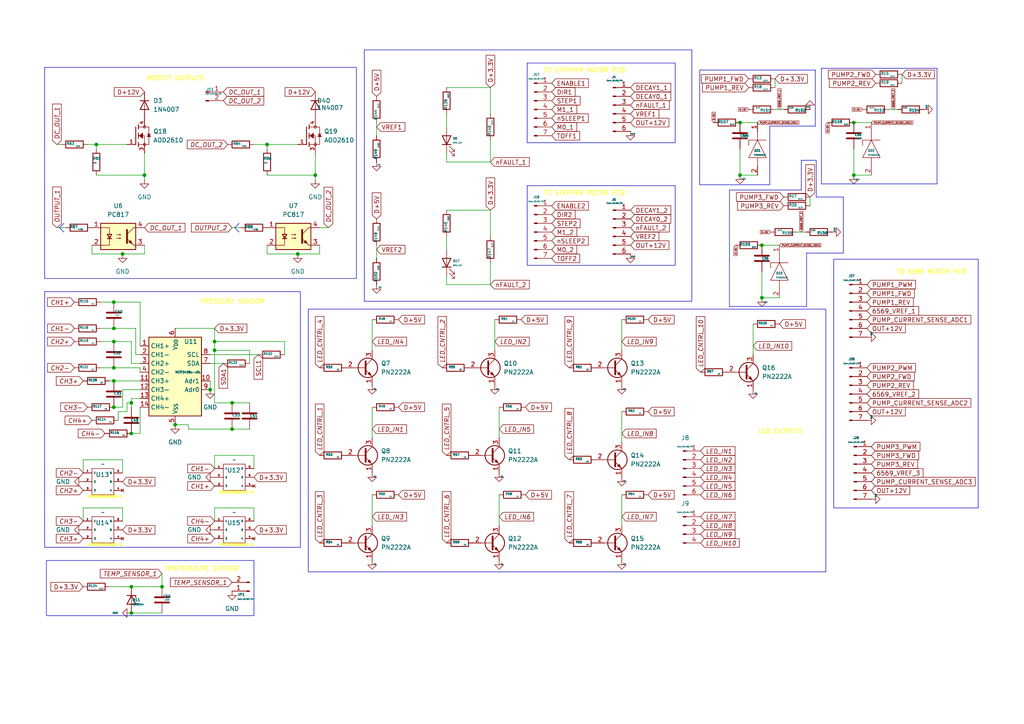
<source format=kicad_sch>
(kicad_sch (version 20250114) (generator "eeschema") (generator_version "9.0")
  (paper "A4")
  (lib_symbols
    (symbol "Analog_ADC:MCP3428x-xSL"
      (property "Reference" "U" (at -6.35 11.43 0))
      (property "Value" "MCP3428x-xSL" (at 1.27 11.43 0))
      (symbol "MCP3428x-xSL_1_1"
        (pin input line (at -10.16 7.62 0) (length 2.54) (name "CH1+") (number "1"))
        (pin input line (at -10.16 5.08 0) (length 2.54) (name "CH1-") (number "2"))
        (pin input line (at -10.16 2.54 0) (length 2.54) (name "CH2+") (number "3"))
        (pin input line (at -10.16 0 0) (length 2.54) (name "CH2-") (number "4"))
        (pin input line (at -10.16 -2.54 0) (length 2.54) (name "CH3+") (number "11"))
        (pin input line (at -10.16 -5.08 0) (length 2.54) (name "CH3-") (number "12"))
        (pin input line (at -10.16 -7.62 0) (length 2.54) (name "CH4+") (number "13"))
        (pin input line (at -10.16 -10.16 0) (length 2.54) (name "CH4-") (number "14"))
        (pin power_in line (at 0 12.7 270) (length 2.54) (name "V_{DD}") (number "6"))
        (pin power_in line (at 0 -15.24 90) (length 2.54) (name "V_{SS}") (number "5"))
        (pin input line (at 10.16 5.08 180) (length 2.54) (name "SCL") (number "8"))
        (pin bidirectional line (at 10.16 2.54 180) (length 2.54) (name "SDA") (number "7"))
        (pin input line (at 10.16 -2.54 180) (length 2.54) (name "Adr1") (number "10"))
        (pin input line (at 10.16 -5.08 180) (length 2.54) (name "Adr0") (number "9"))
      )
    )
    (symbol "Connector:Conn_01x02_Pin" (pin_names (offset 1.016) (hide yes))
      (property "Reference" "J" (at 0 2.54 0))
      (property "Value" "Conn_01x02_Pin" (at 0 -5.08 0))
      (symbol "Conn_01x02_Pin_1_1"
        (pin passive line (at 5.08 0 180) (length 3.81) (name "Pin_1") (number "1"))
        (pin passive line (at 5.08 -2.54 180) (length 3.81) (name "Pin_2") (number "2"))
      )
    )
    (symbol "Connector:Conn_01x04_Pin" (pin_names (offset 1.016) (hide yes))
      (property "Reference" "J" (at 0 5.08 0))
      (property "Value" "Conn_01x04_Pin" (at 0 -7.62 0))
      (symbol "Conn_01x04_Pin_1_1"
        (pin passive line (at 5.08 2.54 180) (length 3.81) (name "Pin_1") (number "1"))
        (pin passive line (at 5.08 0 180) (length 3.81) (name "Pin_2") (number "2"))
        (pin passive line (at 5.08 -2.54 180) (length 3.81) (name "Pin_3") (number "3"))
        (pin passive line (at 5.08 -5.08 180) (length 3.81) (name "Pin_4") (number "4"))
      )
    )
    (symbol "Connector:Conn_01x06_Pin" (pin_names (offset 1.016) (hide yes))
      (property "Reference" "J" (at 0 7.62 0))
      (property "Value" "Conn_01x06_Pin" (at 0 -10.16 0))
      (symbol "Conn_01x06_Pin_1_1"
        (pin passive line (at 5.08 5.08 180) (length 3.81) (name "Pin_1") (number "1"))
        (pin passive line (at 5.08 2.54 180) (length 3.81) (name "Pin_2") (number "2"))
        (pin passive line (at 5.08 0 180) (length 3.81) (name "Pin_3") (number "3"))
        (pin passive line (at 5.08 -2.54 180) (length 3.81) (name "Pin_4") (number "4"))
        (pin passive line (at 5.08 -5.08 180) (length 3.81) (name "Pin_5") (number "5"))
        (pin passive line (at 5.08 -7.62 180) (length 3.81) (name "Pin_6") (number "6"))
      )
    )
    (symbol "Connector:Conn_01x07_Pin" (pin_names (offset 1.016) (hide yes))
      (property "Reference" "J" (at 0 10.16 0))
      (property "Value" "Conn_01x07_Pin" (at 0 -10.16 0))
      (symbol "Conn_01x07_Pin_1_1"
        (pin passive line (at 5.08 7.62 180) (length 3.81) (name "Pin_1") (number "1"))
        (pin passive line (at 5.08 5.08 180) (length 3.81) (name "Pin_2") (number "2"))
        (pin passive line (at 5.08 2.54 180) (length 3.81) (name "Pin_3") (number "3"))
        (pin passive line (at 5.08 0 180) (length 3.81) (name "Pin_4") (number "4"))
        (pin passive line (at 5.08 -2.54 180) (length 3.81) (name "Pin_5") (number "5"))
        (pin passive line (at 5.08 -5.08 180) (length 3.81) (name "Pin_6") (number "6"))
        (pin passive line (at 5.08 -7.62 180) (length 3.81) (name "Pin_7") (number "7"))
      )
    )
    (symbol "Device:C" (pin_numbers (hide yes)) (pin_names (offset 0.254))
      (property "Reference" "C" (at 0.635 2.54 0))
      (property "Value" "C" (at 0.635 -2.54 0))
      (symbol "C_1_1"
        (pin passive line (at 0 3.81 270) (length 2.794) (name "~") (number "1"))
        (pin passive line (at 0 -3.81 90) (length 2.794) (name "~") (number "2"))
      )
    )
    (symbol "Device:LED" (pin_numbers (hide yes)) (pin_names (offset 1.016) (hide yes))
      (property "Reference" "D" (at 0 2.54 0))
      (property "Value" "LED" (at 0 -2.54 0))
      (symbol "LED_1_1"
        (pin passive line (at -3.81 0 0) (length 2.54) (name "K") (number "1"))
        (pin passive line (at 3.81 0 180) (length 2.54) (name "A") (number "2"))
      )
    )
    (symbol "Device:R" (pin_numbers (hide yes)) (pin_names (offset 0))
      (property "Reference" "R" (at 2.032 0 90))
      (property "Value" "R" (at 0 0 90))
      (symbol "R_1_1"
        (pin passive line (at 0 3.81 270) (length 1.27) (name "~") (number "1"))
        (pin passive line (at 0 -3.81 90) (length 1.27) (name "~") (number "2"))
      )
    )
    (symbol "Diode:1N4007" (pin_numbers (hide yes)) (pin_names (hide yes))
      (property "Reference" "D" (at 0 2.54 0))
      (property "Value" "1N4007" (at 0 -2.54 0))
      (symbol "1N4007_1_1"
        (pin passive line (at -3.81 0 0) (length 2.54) (name "K") (number "1"))
        (pin passive line (at 3.81 0 180) (length 2.54) (name "A") (number "2"))
      )
    )
    (symbol "Diode:ESD5Zxx" (pin_numbers (hide yes)) (pin_names (hide yes))
      (property "Reference" "D" (at 0 2.54 0))
      (property "Value" "ESD5Zxx" (at 0 -2.54 0))
      (symbol "ESD5Zxx_1_1"
        (pin passive line (at -3.81 0 0) (length 2.54) (name "K") (number "1"))
        (pin passive line (at 3.81 0 180) (length 2.54) (name "A") (number "2"))
      )
    )
    (symbol "Isolator:PC817" (pin_names (offset 1.016))
      (property "Reference" "U" (at -5.08 5.08 0))
      (property "Value" "PC817" (at 0 5.08 0))
      (symbol "PC817_1_1"
        (pin passive line (at -7.62 2.54 0) (length 2.54) (name "~") (number "1"))
        (pin passive line (at -7.62 -2.54 0) (length 2.54) (name "~") (number "2"))
        (pin passive line (at 7.62 2.54 180) (length 2.54) (name "~") (number "4"))
        (pin passive line (at 7.62 -2.54 180) (length 2.54) (name "~") (number "3"))
      )
    )
    (symbol "MPS20N0040D-S_1"
      (property "Reference" "U" (at 0.762 2.54 0))
      (symbol "MPS20N0040D-S_1_1_1"
        (text "MPS20N0040D-S" (at 1.27 -4.318 0) (effects (font (size 0.762 0.762))))
        (pin output line (at -5.08 2.54 0) (length 2.54) (name "1") (number "1"))
        (pin input line (at -5.08 0 0) (length 2.54) (name "2") (number "2"))
        (pin output line (at -5.08 -2.54 0) (length 2.54) (name "3") (number "3"))
        (pin output line (at 6.35 2.54 180) (length 2.54) (name "6") (number "6"))
        (pin input line (at 6.35 0 180) (length 2.54) (name "5") (number "5"))
        (pin no_connect line (at 6.35 -2.54 180) (length 2.54) (name "4") (number "4"))
      )
    )
    (symbol "MPS20N0040D-S_2"
      (property "Reference" "U" (at 0.762 2.54 0))
      (symbol "MPS20N0040D-S_2_1_1"
        (text "MPS20N0040D-S" (at 1.27 -4.318 0) (effects (font (size 0.762 0.762))))
        (pin output line (at -5.08 2.54 0) (length 2.54) (name "1") (number "1"))
        (pin input line (at -5.08 0 0) (length 2.54) (name "2") (number "2"))
        (pin output line (at -5.08 -2.54 0) (length 2.54) (name "3") (number "3"))
        (pin output line (at 6.35 2.54 180) (length 2.54) (name "6") (number "6"))
        (pin input line (at 6.35 0 180) (length 2.54) (name "5") (number "5"))
        (pin no_connect line (at 6.35 -2.54 180) (length 2.54) (name "4") (number "4"))
      )
    )
    (symbol "New_Library:AOD2610" (pin_names (offset 1.016))
      (property "Reference" "Q" (at -1.778 1.524 0))
      (property "Value" "AOD2610" (at -9.906 -0.508 0))
      (symbol "AOD2610_0_0"
        (pin passive line (at -2.54 -2.54 0) (length 2.54) (name "~") (number "1"))
        (pin passive line (at 2.54 5.08 270) (length 2.54) (name "~") (number "4"))
        (pin passive line (at 2.54 -5.08 90) (length 2.54) (name "~") (number "3"))
      )
    )
    (symbol "New_Library:MPS20N0040D-S"
      (property "Reference" "U" (at 0.762 2.54 0))
      (symbol "MPS20N0040D-S_1_1"
        (text "MPS20N0040D-S" (at 1.27 -4.318 0) (effects (font (size 0.762 0.762))))
        (pin output line (at -5.08 2.54 0) (length 2.54) (name "1") (number "1"))
        (pin input line (at -5.08 0 0) (length 2.54) (name "2") (number "2"))
        (pin output line (at -5.08 -2.54 0) (length 2.54) (name "3") (number "3"))
        (pin output line (at 6.35 2.54 180) (length 2.54) (name "6") (number "6"))
        (pin input line (at 6.35 0 180) (length 2.54) (name "5") (number "5"))
        (pin no_connect line (at 6.35 -2.54 180) (length 2.54) (name "4") (number "4"))
      )
    )
    (symbol "New_Library:PESD5Z5.0F" (pin_names (offset 0.762))
      (property "Reference" "D" (at 8.128 5.588 0))
      (property "Value" "PESD5Z5.0F" (at 5.842 3.556 0))
      (symbol "PESD5Z5.0F_0_0"
        (pin passive line (at 0 0 0) (length 2.54) (name "~") (number "1"))
        (pin passive line (at 15.24 0 180) (length 2.54) (name "~") (number "2"))
      )
    )
    (symbol "Transistor_BJT:PN2222A" (pin_names (offset 0) (hide yes))
      (property "Reference" "Q" (at 5.08 1.905 0))
      (property "Value" "PN2222A" (at 5.08 0 0))
      (symbol "PN2222A_1_1"
        (pin input line (at -5.08 0 0) (length 2.54) (name "B") (number "2"))
        (pin passive line (at 2.54 5.08 270) (length 2.54) (name "C") (number "3"))
        (pin passive line (at 2.54 -5.08 90) (length 2.54) (name "E") (number "1"))
      )
    )
    (symbol "power:GND" (power) (pin_numbers (hide yes)) (pin_names (offset 0) (hide yes))
      (property "Value" "GND" (at 0 -3.81 0))
      (symbol "GND_1_1"
        (pin power_in line (at 0 0 270) (length 0) (name "~") (number "1"))
      )
    )
  )
  (rectangle (start 12.954 84.582) (end 87.122 158.75))
  (bezier (pts (xy 18.542 67.31) (xy 18.542 67.31) (xy 17.272 66.04) (xy 17.272 66.04)))
  (rectangle (start 12.954 19.558) (end 103.378 80.772))
  (rectangle (start 152.908 53.848) (end 195.834 76.962))
  (bezier (pts (xy 17.272 66.04) (xy 17.272 66.04) (xy 18.542 64.77) (xy 18.542 64.77)))
  (bezier (pts (xy 68.072 66.04) (xy 68.072 66.04) (xy 69.342 64.77) (xy 69.342 64.77)))
  (rectangle (start 13.462 162.56) (end 73.66 178.562))
  (rectangle (start 241.808 75.184) (end 283.718 147.32))
  (rectangle (start 89.408 89.662) (end 239.522 165.862))
  (rectangle (start 152.908 18.288) (end 195.834 41.402))
  (rectangle (start 105.664 14.478) (end 200.66 87.376))
  (bezier (pts (xy 69.342 67.31) (xy 69.342 67.31) (xy 68.072 66.04) (xy 68.072 66.04)))
  (text "TO STEPPER MOTOR PCB" (at 169.418 56.134 0) (effects (font (size 1.27 1.27) (italic yes))))
  (text "TO 6569 MOTOR PCB\n" (at 270.002 78.994 0) (effects (font (size 1.27 1.27) (italic yes))))
  (text "MOSFET OUTPUTS" (at 50.8 22.86 0) (effects (font (size 1.27 1.27) (italic yes))))
  (text "TEMPERATURE SENSOR\n" (at 58.42 165.1 0) (effects (font (size 1.27 1.27) (italic yes))))
  (text "LED OUTPUTS" (at 226.314 125.222 0) (effects (font (size 1.27 1.27) (italic yes))))
  (text "TO STEPPER MOTOR PCB" (at 169.418 20.574 0) (effects (font (size 1.27 1.27) (italic yes))))
  (text "PRESSURE SENSOR\n" (at 67.31 87.63 0) (effects (font (size 1.27 1.27) (italic yes))))
  (junction (at 33.02 99.06))
  (junction (at 33.02 87.63))
  (junction (at 214.63 50.8))
  (junction (at 38.1 116.84))
  (junction (at 91.44 50.8))
  (junction (at 35.56 73.66))
  (junction (at 33.02 106.68))
  (junction (at 33.02 110.49))
  (junction (at 77.47 41.91))
  (junction (at 62.23 101.6))
  (junction (at 86.36 73.66))
  (junction (at 220.98 71.12))
  (junction (at 33.02 118.11))
  (junction (at 38.1 170.18))
  (junction (at 214.63 35.56))
  (junction (at 247.65 50.8))
  (junction (at 67.31 124.46))
  (junction (at 50.8 123.19))
  (junction (at 41.91 50.8))
  (junction (at 38.1 177.8))
  (junction (at 220.98 86.36))
  (junction (at 38.1 125.73))
  (junction (at 27.94 41.91))
  (junction (at 46.99 170.18))
  (junction (at 62.23 99.06))
  (junction (at 67.31 116.84))
  (junction (at 247.65 35.56))
  (junction (at 33.02 95.25))
  (junction (at 60.96 113.03))
  (wire (pts (xy 62.23 101.6) (xy 72.39 101.6)))
  (wire (pts (xy 261.62 21.59) (xy 261.62 24.13)))
  (wire (pts (xy 129.54 60.96) (xy 142.24 60.96)))
  (wire (pts (xy 40.64 105.41) (xy 38.1 105.41)))
  (wire (pts (xy 91.44 50.8) (xy 91.44 52.07)))
  (wire (pts (xy 62.23 116.84) (xy 62.23 101.6)))
  (wire (pts (xy 16.51 66.04) (xy 19.05 66.04)))
  (wire (pts (xy 29.21 87.63) (xy 33.02 87.63)))
  (wire (pts (xy 224.79 31.75) (xy 227.33 31.75)))
  (wire (pts (xy 35.56 73.66) (xy 41.91 73.66)))
  (wire (pts (xy 34.29 121.92) (xy 34.29 119.38)))
  (wire (pts (xy 180.34 119.38) (xy 180.34 128.27)))
  (wire (pts (xy 38.1 115.57) (xy 38.1 116.84)))
  (wire (pts (xy 31.75 110.49) (xy 33.02 110.49)))
  (wire (pts (xy 62.23 95.25) (xy 62.23 99.06)))
  (wire (pts (xy 107.95 143.51) (xy 107.95 152.4)))
  (wire (pts (xy 180.34 143.51) (xy 180.34 152.4)))
  (wire (pts (xy 247.65 43.18) (xy 247.65 50.8)))
  (wire (pts (xy 109.22 71.12) (xy 109.22 74.93)))
  (polyline (pts (xy 244.602 73.406) (xy 244.602 57.15)))
  (wire (pts (xy 247.65 35.56) (xy 252.73 35.56)))
  (wire (pts (xy 129.54 46.99) (xy 142.24 46.99)))
  (wire (pts (xy 129.54 68.58) (xy 129.54 72.39)))
  (wire (pts (xy 231.14 67.31) (xy 233.68 67.31)))
  (wire (pts (xy 38.1 105.41) (xy 38.1 99.06)))
  (wire (pts (xy 62.23 147.32) (xy 62.23 151.13)))
  (wire (pts (xy 107.95 92.71) (xy 107.95 101.6)))
  (polyline (pts (xy 233.934 73.406) (xy 244.602 73.406)))
  (polyline (pts (xy 236.474 20.32) (xy 236.474 20.574)))
  (wire (pts (xy 54.61 124.46) (xy 54.61 123.19)))
  (wire (pts (xy 72.39 105.41) (xy 72.39 101.6)))
  (wire (pts (xy 60.96 105.41) (xy 64.77 105.41)))
  (wire (pts (xy 214.63 35.56) (xy 219.71 35.56)))
  (polyline (pts (xy 211.582 55.118) (xy 211.582 88.9)))
  (wire (pts (xy 54.61 123.19) (xy 50.8 123.19)))
  (wire (pts (xy 73.66 135.89) (xy 73.66 132.08)))
  (wire (pts (xy 91.44 44.45) (xy 91.44 50.8)))
  (wire (pts (xy 77.47 73.66) (xy 86.36 73.66)))
  (wire (pts (xy 77.47 71.12) (xy 77.47 73.66)))
  (wire (pts (xy 40.64 106.68) (xy 40.64 107.95)))
  (wire (pts (xy 220.98 71.12) (xy 226.06 71.12)))
  (wire (pts (xy 38.1 177.8) (xy 46.99 177.8)))
  (polyline (pts (xy 271.78 53.34) (xy 271.78 19.812)))
  (polyline (pts (xy 238.252 19.812) (xy 238.252 53.34)))
  (polyline (pts (xy 244.602 57.15) (xy 236.728 57.15)))
  (polyline (pts (xy 236.728 57.15) (xy 236.728 46.482)))
  (wire (pts (xy 25.4 41.91) (xy 27.94 41.91)))
  (wire (pts (xy 77.47 43.18) (xy 77.47 41.91)))
  (wire (pts (xy 129.54 33.02) (xy 129.54 36.83)))
  (wire (pts (xy 142.24 33.02) (xy 142.24 25.4)))
  (wire (pts (xy 27.94 50.8) (xy 41.91 50.8)))
  (wire (pts (xy 224.79 22.86) (xy 224.79 25.4)))
  (wire (pts (xy 34.29 119.38) (xy 36.83 119.38)))
  (wire (pts (xy 62.23 132.08) (xy 62.23 135.89)))
  (wire (pts (xy 82.55 99.06) (xy 62.23 99.06)))
  (wire (pts (xy 86.36 73.66) (xy 92.71 73.66)))
  (wire (pts (xy 29.21 95.25) (xy 33.02 95.25)))
  (wire (pts (xy 142.24 76.2) (xy 142.24 82.55)))
  (wire (pts (xy 144.78 118.11) (xy 144.78 127)))
  (wire (pts (xy 220.98 78.74) (xy 220.98 86.36)))
  (wire (pts (xy 41.91 71.12) (xy 41.91 73.66)))
  (wire (pts (xy 62.23 99.06) (xy 62.23 101.6)))
  (wire (pts (xy 26.67 71.12) (xy 26.67 73.66)))
  (wire (pts (xy 27.94 43.18) (xy 27.94 41.91)))
  (wire (pts (xy 247.65 50.8) (xy 252.73 50.8)))
  (wire (pts (xy 142.24 68.58) (xy 142.24 60.96)))
  (wire (pts (xy 220.98 86.36) (xy 226.06 86.36)))
  (wire (pts (xy 62.23 95.25) (xy 50.8 95.25)))
  (wire (pts (xy 67.31 124.46) (xy 54.61 124.46)))
  (wire (pts (xy 129.54 44.45) (xy 129.54 46.99)))
  (wire (pts (xy 35.56 133.35) (xy 24.13 133.35)))
  (wire (pts (xy 107.95 118.11) (xy 107.95 127)))
  (polyline (pts (xy 232.41 55.118) (xy 211.582 55.118)))
  (wire (pts (xy 129.54 82.55) (xy 142.24 82.55)))
  (wire (pts (xy 33.02 87.63) (xy 40.64 87.63)))
  (wire (pts (xy 38.1 99.06) (xy 33.02 99.06)))
  (wire (pts (xy 60.96 102.87) (xy 74.93 102.87)))
  (wire (pts (xy 72.39 116.84) (xy 67.31 116.84)))
  (wire (pts (xy 31.75 170.18) (xy 38.1 170.18)))
  (polyline (pts (xy 202.946 20.32) (xy 236.474 20.32)))
  (polyline (pts (xy 236.474 36.576) (xy 223.266 36.576)))
  (wire (pts (xy 24.13 133.35) (xy 24.13 137.16)))
  (polyline (pts (xy 233.934 88.9) (xy 233.934 73.406)))
  (wire (pts (xy 33.02 99.06) (xy 29.21 99.06)))
  (wire (pts (xy 142.24 40.64) (xy 142.24 46.99)))
  (wire (pts (xy 40.64 87.63) (xy 40.64 100.33)))
  (wire (pts (xy 35.56 137.16) (xy 35.56 133.35)))
  (wire (pts (xy 214.63 43.18) (xy 214.63 50.8)))
  (wire (pts (xy 67.31 66.04) (xy 69.85 66.04)))
  (wire (pts (xy 35.56 147.32) (xy 24.13 147.32)))
  (wire (pts (xy 180.34 92.71) (xy 180.34 101.6)))
  (wire (pts (xy 35.56 118.11) (xy 33.02 118.11)))
  (polyline (pts (xy 238.252 53.34) (xy 271.78 53.34)))
  (wire (pts (xy 38.1 125.73) (xy 40.64 125.73)))
  (wire (pts (xy 218.44 93.98) (xy 218.44 102.87)))
  (wire (pts (xy 109.22 35.56) (xy 109.22 39.37)))
  (wire (pts (xy 40.64 115.57) (xy 38.1 115.57)))
  (wire (pts (xy 38.1 170.18) (xy 46.99 170.18)))
  (wire (pts (xy 40.64 113.03) (xy 35.56 113.03)))
  (polyline (pts (xy 202.946 53.594) (xy 202.946 20.32)))
  (wire (pts (xy 33.02 110.49) (xy 40.64 110.49)))
  (wire (pts (xy 35.56 113.03) (xy 35.56 118.11)))
  (wire (pts (xy 73.66 151.13) (xy 73.66 147.32)))
  (wire (pts (xy 257.81 31.75) (xy 260.35 31.75)))
  (wire (pts (xy 33.02 95.25) (xy 39.37 95.25)))
  (wire (pts (xy 95.25 66.04) (xy 92.71 66.04)))
  (wire (pts (xy 143.51 92.71) (xy 143.51 101.6)))
  (wire (pts (xy 73.66 41.91) (xy 77.47 41.91)))
  (wire (pts (xy 129.54 25.4) (xy 142.24 25.4)))
  (wire (pts (xy 41.91 50.8) (xy 41.91 52.07)))
  (polyline (pts (xy 238.252 19.812) (xy 271.78 19.812)))
  (wire (pts (xy 36.83 119.38) (xy 36.83 116.84)))
  (wire (pts (xy 73.66 147.32) (xy 62.23 147.32)))
  (wire (pts (xy 144.78 143.51) (xy 144.78 152.4)))
  (wire (pts (xy 77.47 50.8) (xy 91.44 50.8)))
  (wire (pts (xy 33.02 106.68) (xy 40.64 106.68)))
  (wire (pts (xy 24.13 147.32) (xy 24.13 151.13)))
  (wire (pts (xy 38.1 116.84) (xy 38.1 118.11)))
  (polyline (pts (xy 223.266 36.576) (xy 223.266 53.594)))
  (wire (pts (xy 73.66 132.08) (xy 62.23 132.08)))
  (wire (pts (xy 77.47 41.91) (xy 86.36 41.91)))
  (wire (pts (xy 82.55 102.87) (xy 82.55 99.06)))
  (wire (pts (xy 40.64 118.11) (xy 40.64 125.73)))
  (wire (pts (xy 46.99 166.37) (xy 46.99 170.18)))
  (wire (pts (xy 39.37 95.25) (xy 39.37 102.87)))
  (polyline (pts (xy 236.474 20.32) (xy 236.474 36.576)))
  (wire (pts (xy 129.54 80.01) (xy 129.54 82.55)))
  (wire (pts (xy 41.91 44.45) (xy 41.91 50.8)))
  (polyline (pts (xy 211.582 88.9) (xy 233.934 88.9)))
  (wire (pts (xy 17.78 41.91) (xy 16.51 41.91)))
  (wire (pts (xy 67.31 116.84) (xy 62.23 116.84)))
  (wire (pts (xy 39.37 102.87) (xy 40.64 102.87)))
  (wire (pts (xy 29.21 106.68) (xy 33.02 106.68)))
  (wire (pts (xy 60.96 110.49) (xy 60.96 113.03)))
  (polyline (pts (xy 232.41 46.482) (xy 232.41 55.118)))
  (wire (pts (xy 26.67 73.66) (xy 35.56 73.66)))
  (wire (pts (xy 36.83 116.84) (xy 38.1 116.84)))
  (polyline (pts (xy 202.946 53.594) (xy 223.266 53.594)))
  (wire (pts (xy 234.95 57.15) (xy 234.95 59.69)))
  (wire (pts (xy 92.71 71.12) (xy 92.71 73.66)))
  (wire (pts (xy 72.39 124.46) (xy 67.31 124.46)))
  (wire (pts (xy 27.94 41.91) (xy 36.83 41.91)))
  (polyline (pts (xy 236.728 46.482) (xy 232.41 46.482)))
  (wire (pts (xy 214.63 50.8) (xy 219.71 50.8)))
  (wire (pts (xy 35.56 151.13) (xy 35.56 147.32)))
  (global_label "D+3.3V" (shape input) (at 142.24 60.96 90) (property "Intersheetrefs" "${INTERSHEET_REFS}" (effects (hide yes))))
  (global_label "D+5V" (shape input) (at 187.96 119.38 0) (property "Intersheetrefs" "${INTERSHEET_REFS}" (effects (hide yes))))
  (global_label "CH1-" (shape input) (at 21.59 95.25 180) (effects (font (italic yes))) (property "Intersheetrefs" "${INTERSHEET_REFS}" (effects (hide yes))))
  (global_label "CH2-" (shape input) (at 24.13 137.16 180) (effects (font (italic yes))) (property "Intersheetrefs" "${INTERSHEET_REFS}" (effects (hide yes))))
  (global_label "D+5V" (shape input) (at 217.17 31.75 180) (effects (font (size 0.508 0.508))) (property "Intersheetrefs" "${INTERSHEET_REFS}" (effects (hide yes))))
  (global_label "OUT+12V" (shape input) (at 182.88 35.56 0) (property "Intersheetrefs" "${INTERSHEET_REFS}" (effects (hide yes))))
  (global_label "LED_IN2" (shape input) (at 203.2 133.35 0) (effects (font (italic yes))) (property "Intersheetrefs" "${INTERSHEET_REFS}" (effects (hide yes))))
  (global_label "CH1+" (shape input) (at 21.59 87.63 180) (effects (font (italic yes))) (property "Intersheetrefs" "${INTERSHEET_REFS}" (effects (hide yes))))
  (global_label "SCL1" (shape input) (at 74.93 102.87 270) (property "Intersheetrefs" "${INTERSHEET_REFS}" (effects (hide yes))))
  (global_label "M1_2" (shape input) (at 160.02 67.31 0) (property "Intersheetrefs" "${INTERSHEET_REFS}" (effects (hide yes))))
  (global_label "TOFF2" (shape input) (at 160.02 74.93 0) (property "Intersheetrefs" "${INTERSHEET_REFS}" (effects (hide yes))))
  (global_label "LED_IN8" (shape input) (at 203.2 152.4 0) (effects (font (italic yes))) (property "Intersheetrefs" "${INTERSHEET_REFS}" (effects (hide yes))))
  (global_label "VREF1" (shape input) (at 109.22 36.83 0) (property "Intersheetrefs" "${INTERSHEET_REFS}" (effects (hide yes))))
  (global_label "PUMP2_FWD" (shape input) (at 254 21.59 180) (property "Intersheetrefs" "${INTERSHEET_REFS}" (effects (hide yes))))
  (global_label "LED_CNTRL_9" (shape input) (at 165.1 106.68 90) (effects (font (italic yes))) (property "Intersheetrefs" "${INTERSHEET_REFS}" (effects (hide yes))))
  (global_label "M0_1" (shape input) (at 160.02 36.83 0) (property "Intersheetrefs" "${INTERSHEET_REFS}" (effects (hide yes))))
  (global_label "D+5V" (shape input) (at 213.36 71.12 270) (effects (font (size 0.508 0.508))) (property "Intersheetrefs" "${INTERSHEET_REFS}" (effects (hide yes))))
  (global_label "DC_OUT_1" (shape input) (at 41.91 66.04 0) (effects (font (italic yes))) (property "Intersheetrefs" "${INTERSHEET_REFS}" (effects (hide yes))))
  (global_label "D+5V" (shape input) (at 151.13 92.71 0) (property "Intersheetrefs" "${INTERSHEET_REFS}" (effects (hide yes))))
  (global_label "D+3.3V" (shape input) (at 234.95 57.15 90) (property "Intersheetrefs" "${INTERSHEET_REFS}" (effects (hide yes))))
  (global_label "VREF1" (shape input) (at 182.88 33.02 0) (property "Intersheetrefs" "${INTERSHEET_REFS}" (effects (hide yes))))
  (global_label "OUT+12V" (shape input) (at 251.46 95.25 0) (property "Intersheetrefs" "${INTERSHEET_REFS}" (effects (hide yes))))
  (global_label "PUMP_CURRENT_SENSE_ADC1" (shape input) (at 219.71 35.56 0) (effects (font (size 0.508 0.508))) (property "Intersheetrefs" "${INTERSHEET_REFS}" (effects (hide yes))))
  (global_label "nSLEEP1" (shape input) (at 160.02 34.29 0) (property "Intersheetrefs" "${INTERSHEET_REFS}" (effects (hide yes))))
  (global_label "PUMP_CURRENT_SENSE_ADC3" (shape input) (at 252.73 139.7 0) (property "Intersheetrefs" "${INTERSHEET_REFS}" (effects (hide yes))))
  (global_label "PUMP_CURRENT_SENSE_ADC3" (shape input) (at 226.06 71.12 0) (effects (font (size 0.508 0.508))) (property "Intersheetrefs" "${INTERSHEET_REFS}" (effects (hide yes))))
  (global_label "CH3-" (shape input) (at 24.13 151.13 180) (effects (font (italic yes))) (property "Intersheetrefs" "${INTERSHEET_REFS}" (effects (hide yes))))
  (global_label "PUMP1_REV" (shape input) (at 251.46 87.63 0) (property "Intersheetrefs" "${INTERSHEET_REFS}" (effects (hide yes))))
  (global_label "LED_IN7" (shape input) (at 180.34 149.86 0) (effects (font (italic yes))) (property "Intersheetrefs" "${INTERSHEET_REFS}" (effects (hide yes))))
  (global_label "OUT+12V" (shape input) (at 251.46 119.38 0) (property "Intersheetrefs" "${INTERSHEET_REFS}" (effects (hide yes))))
  (global_label "CH4+" (shape input) (at 26.67 121.92 180) (effects (font (italic yes))) (property "Intersheetrefs" "${INTERSHEET_REFS}" (effects (hide yes))))
  (global_label "PUMP1_REV" (shape input) (at 217.17 25.4 180) (property "Intersheetrefs" "${INTERSHEET_REFS}" (effects (hide yes))))
  (global_label "LED_IN5" (shape input) (at 144.78 124.46 0) (effects (font (italic yes))) (property "Intersheetrefs" "${INTERSHEET_REFS}" (effects (hide yes))))
  (global_label "6569_VREF_3" (shape input) (at 232.41 67.31 90) (effects (font (size 0.508 0.508))) (property "Intersheetrefs" "${INTERSHEET_REFS}" (effects (hide yes))))
  (global_label "OUT+12V" (shape input) (at 182.88 71.12 0) (property "Intersheetrefs" "${INTERSHEET_REFS}" (effects (hide yes))))
  (global_label "D+5V" (shape input) (at 250.19 31.75 180) (effects (font (size 0.508 0.508))) (property "Intersheetrefs" "${INTERSHEET_REFS}" (effects (hide yes))))
  (global_label "D+5V" (shape input) (at 109.22 27.94 90) (property "Intersheetrefs" "${INTERSHEET_REFS}" (effects (hide yes))))
  (global_label "TEMP_SENSOR_1" (shape input) (at 46.99 166.37 180) (effects (font (italic yes))) (property "Intersheetrefs" "${INTERSHEET_REFS}" (effects (hide yes))))
  (global_label "LED_IN10" (shape input) (at 218.44 100.33 0) (effects (font (italic yes))) (property "Intersheetrefs" "${INTERSHEET_REFS}" (effects (hide yes))))
  (global_label "CH3+" (shape input) (at 24.13 156.21 180) (effects (font (italic yes))) (property "Intersheetrefs" "${INTERSHEET_REFS}" (effects (hide yes))))
  (global_label "PUMP2_REV" (shape input) (at 254 24.13 180) (property "Intersheetrefs" "${INTERSHEET_REFS}" (effects (hide yes))))
  (global_label "DC_OUT_2" (shape input) (at 66.04 41.91 180) (effects (font (italic yes))) (property "Intersheetrefs" "${INTERSHEET_REFS}" (effects (hide yes))))
  (global_label "CH1+" (shape input) (at 62.23 140.97 180) (effects (font (italic yes))) (property "Intersheetrefs" "${INTERSHEET_REFS}" (effects (hide yes))))
  (global_label "M0_2" (shape input) (at 160.02 72.39 0) (property "Intersheetrefs" "${INTERSHEET_REFS}" (effects (hide yes))))
  (global_label "CH2-" (shape input) (at 21.59 106.68 180) (effects (font (italic yes))) (property "Intersheetrefs" "${INTERSHEET_REFS}" (effects (hide yes))))
  (global_label "OUTPUT_2" (shape input) (at 67.31 66.04 180) (effects (font (italic yes))) (property "Intersheetrefs" "${INTERSHEET_REFS}" (effects (hide yes))))
  (global_label "PUMP3_PWM" (shape input) (at 252.73 129.54 0) (property "Intersheetrefs" "${INTERSHEET_REFS}" (effects (hide yes))))
  (global_label "D+5V" (shape input) (at 226.06 93.98 0) (property "Intersheetrefs" "${INTERSHEET_REFS}" (effects (hide yes))))
  (global_label "STEP2" (shape input) (at 160.02 64.77 0) (property "Intersheetrefs" "${INTERSHEET_REFS}" (effects (hide yes))))
  (global_label "TEMP_SENSOR_1" (shape input) (at 67.31 168.91 180) (effects (font (italic yes))) (property "Intersheetrefs" "${INTERSHEET_REFS}" (effects (hide yes))))
  (global_label "LED_CNTRL_4" (shape input) (at 92.71 106.68 90) (effects (font (italic yes))) (property "Intersheetrefs" "${INTERSHEET_REFS}" (effects (hide yes))))
  (global_label "nFAULT_1" (shape input) (at 142.24 46.99 0) (property "Intersheetrefs" "${INTERSHEET_REFS}" (effects (hide yes))))
  (global_label "6569_VREF_1" (shape input) (at 251.46 90.17 0) (property "Intersheetrefs" "${INTERSHEET_REFS}" (effects (hide yes))))
  (global_label "OUTPUT_1" (shape input) (at 16.51 66.04 90) (effects (font (italic yes))) (property "Intersheetrefs" "${INTERSHEET_REFS}" (effects (hide yes))))
  (global_label "PUMP3_FWD" (shape input) (at 227.33 57.15 180) (property "Intersheetrefs" "${INTERSHEET_REFS}" (effects (hide yes))))
  (global_label "DC_OUT_2" (shape input) (at 64.77 29.21 0) (effects (font (italic yes))) (property "Intersheetrefs" "${INTERSHEET_REFS}" (effects (hide yes))))
  (global_label "LED_CNTRL_2" (shape input) (at 128.27 106.68 90) (effects (font (italic yes))) (property "Intersheetrefs" "${INTERSHEET_REFS}" (effects (hide yes))))
  (global_label "D+5V" (shape input) (at 115.57 143.51 0) (property "Intersheetrefs" "${INTERSHEET_REFS}" (effects (hide yes))))
  (global_label "STEP1" (shape input) (at 160.02 29.21 0) (property "Intersheetrefs" "${INTERSHEET_REFS}" (effects (hide yes))))
  (global_label "DC_OUT_1" (shape input) (at 16.51 41.91 90) (effects (font (italic yes))) (property "Intersheetrefs" "${INTERSHEET_REFS}" (effects (hide yes))))
  (global_label "PUMP2_FWD" (shape input) (at 251.46 109.22 0) (property "Intersheetrefs" "${INTERSHEET_REFS}" (effects (hide yes))))
  (global_label "D+5V" (shape input) (at 207.01 35.56 90) (effects (font (size 0.508 0.508))) (property "Intersheetrefs" "${INTERSHEET_REFS}" (effects (hide yes))))
  (global_label "D+3.3V" (shape input) (at 62.23 95.25 0) (property "Intersheetrefs" "${INTERSHEET_REFS}" (effects (hide yes))))
  (global_label "CH3+" (shape input) (at 24.13 110.49 180) (effects (font (italic yes))) (property "Intersheetrefs" "${INTERSHEET_REFS}" (effects (hide yes))))
  (global_label "PUMP1_FWD" (shape input) (at 251.46 85.09 0) (property "Intersheetrefs" "${INTERSHEET_REFS}" (effects (hide yes))))
  (global_label "CH4-" (shape input) (at 30.48 125.73 180) (effects (font (italic yes))) (property "Intersheetrefs" "${INTERSHEET_REFS}" (effects (hide yes))))
  (global_label "PUMP1_FWD" (shape input) (at 217.17 22.86 180) (property "Intersheetrefs" "${INTERSHEET_REFS}" (effects (hide yes))))
  (global_label "D+5V" (shape input) (at 109.22 63.5 90) (property "Intersheetrefs" "${INTERSHEET_REFS}" (effects (hide yes))))
  (global_label "nFAULT_1" (shape input) (at 182.88 30.48 0) (property "Intersheetrefs" "${INTERSHEET_REFS}" (effects (hide yes))))
  (global_label "LED_IN4" (shape input) (at 107.95 99.06 0) (effects (font (italic yes))) (property "Intersheetrefs" "${INTERSHEET_REFS}" (effects (hide yes))))
  (global_label "nSLEEP2" (shape input) (at 160.02 69.85 0) (property "Intersheetrefs" "${INTERSHEET_REFS}" (effects (hide yes))))
  (global_label "DC_OUT_2" (shape input) (at 95.25 66.04 90) (effects (font (italic yes))) (property "Intersheetrefs" "${INTERSHEET_REFS}" (effects (hide yes))))
  (global_label "PUMP2_PWM" (shape input) (at 251.46 106.68 0) (property "Intersheetrefs" "${INTERSHEET_REFS}" (effects (hide yes))))
  (global_label "D+3.3V" (shape input) (at 35.56 139.7 0) (property "Intersheetrefs" "${INTERSHEET_REFS}" (effects (hide yes))))
  (global_label "D+5V" (shape input) (at 187.96 92.71 0) (property "Intersheetrefs" "${INTERSHEET_REFS}" (effects (hide yes))))
  (global_label "ENABLE2" (shape input) (at 160.02 59.69 0) (property "Intersheetrefs" "${INTERSHEET_REFS}" (effects (hide yes))))
  (global_label "DECAY1_2" (shape input) (at 182.88 60.96 0) (property "Intersheetrefs" "${INTERSHEET_REFS}" (effects (hide yes))))
  (global_label "CH2+" (shape input) (at 21.59 99.06 180) (effects (font (italic yes))) (property "Intersheetrefs" "${INTERSHEET_REFS}" (effects (hide yes))))
  (global_label "D+5V" (shape input) (at 152.4 118.11 0) (property "Intersheetrefs" "${INTERSHEET_REFS}" (effects (hide yes))))
  (global_label "TOFF1" (shape input) (at 160.02 39.37 0) (property "Intersheetrefs" "${INTERSHEET_REFS}" (effects (hide yes))))
  (global_label "LED_IN9" (shape input) (at 203.2 154.94 0) (effects (font (italic yes))) (property "Intersheetrefs" "${INTERSHEET_REFS}" (effects (hide yes))))
  (global_label "LED_IN2" (shape input) (at 143.51 99.06 0) (effects (font (italic yes))) (property "Intersheetrefs" "${INTERSHEET_REFS}" (effects (hide yes))))
  (global_label "nFAULT_2" (shape input) (at 182.88 66.04 0) (property "Intersheetrefs" "${INTERSHEET_REFS}" (effects (hide yes))))
  (global_label "LED_IN3" (shape input) (at 107.95 149.86 0) (effects (font (italic yes))) (property "Intersheetrefs" "${INTERSHEET_REFS}" (effects (hide yes))))
  (global_label "CH2+" (shape input) (at 24.13 142.24 180) (effects (font (italic yes))) (property "Intersheetrefs" "${INTERSHEET_REFS}" (effects (hide yes))))
  (global_label "LED_CNTRL_8" (shape input) (at 165.1 133.35 90) (effects (font (italic yes))) (property "Intersheetrefs" "${INTERSHEET_REFS}" (effects (hide yes))))
  (global_label "D+12V" (shape input) (at 91.44 26.67 180) (property "Intersheetrefs" "${INTERSHEET_REFS}" (effects (hide yes))))
  (global_label "DECAY1_1" (shape input) (at 182.88 25.4 0) (property "Intersheetrefs" "${INTERSHEET_REFS}" (effects (hide yes))))
  (global_label "CH4-" (shape input) (at 62.23 151.13 180) (effects (font (italic yes))) (property "Intersheetrefs" "${INTERSHEET_REFS}" (effects (hide yes))))
  (global_label "PUMP_CURRENT_SENSE_ADC2" (shape input) (at 252.73 35.56 0) (effects (font (size 0.508 0.508))) (property "Intersheetrefs" "${INTERSHEET_REFS}" (effects (hide yes))))
  (global_label "LED_IN5" (shape input) (at 203.2 140.97 0) (effects (font (italic yes))) (property "Intersheetrefs" "${INTERSHEET_REFS}" (effects (hide yes))))
  (global_label "LED_CNTRL_10" (shape input) (at 203.2 107.95 90) (effects (font (italic yes))) (property "Intersheetrefs" "${INTERSHEET_REFS}" (effects (hide yes))))
  (global_label "D+3.3V" (shape input) (at 35.56 153.67 0) (property "Intersheetrefs" "${INTERSHEET_REFS}" (effects (hide yes))))
  (global_label "LED_IN8" (shape input) (at 180.34 125.73 0) (effects (font (italic yes))) (property "Intersheetrefs" "${INTERSHEET_REFS}" (effects (hide yes))))
  (global_label "LED_IN4" (shape input) (at 203.2 138.43 0) (effects (font (italic yes))) (property "Intersheetrefs" "${INTERSHEET_REFS}" (effects (hide yes))))
  (global_label "VREF2" (shape input) (at 182.88 68.58 0) (property "Intersheetrefs" "${INTERSHEET_REFS}" (effects (hide yes))))
  (global_label "LED_CNTRL_1" (shape input) (at 92.71 132.08 90) (effects (font (italic yes))) (property "Intersheetrefs" "${INTERSHEET_REFS}" (effects (hide yes))))
  (global_label "D+5V" (shape input) (at 187.96 143.51 0) (property "Intersheetrefs" "${INTERSHEET_REFS}" (effects (hide yes))))
  (global_label "VREF2" (shape input) (at 109.22 72.39 0) (property "Intersheetrefs" "${INTERSHEET_REFS}" (effects (hide yes))))
  (global_label "M1_1" (shape input) (at 160.02 31.75 0) (property "Intersheetrefs" "${INTERSHEET_REFS}" (effects (hide yes))))
  (global_label "D+5V" (shape input) (at 115.57 92.71 0) (property "Intersheetrefs" "${INTERSHEET_REFS}" (effects (hide yes))))
  (global_label "DIR2" (shape input) (at 160.02 62.23 0) (property "Intersheetrefs" "${INTERSHEET_REFS}" (effects (hide yes))))
  (global_label "LED_IN1" (shape input) (at 203.2 130.81 0) (effects (font (italic yes))) (property "Intersheetrefs" "${INTERSHEET_REFS}" (effects (hide yes))))
  (global_label "D+3.3V" (shape input) (at 142.24 25.4 90) (property "Intersheetrefs" "${INTERSHEET_REFS}" (effects (hide yes))))
  (global_label "DECAY0_2" (shape input) (at 182.88 63.5 0) (property "Intersheetrefs" "${INTERSHEET_REFS}" (effects (hide yes))))
  (global_label "CH3-" (shape input) (at 25.4 118.11 180) (effects (font (italic yes))) (property "Intersheetrefs" "${INTERSHEET_REFS}" (effects (hide yes))))
  (global_label "D+5V" (shape input) (at 223.52 67.31 180) (effects (font (size 0.508 0.508))) (property "Intersheetrefs" "${INTERSHEET_REFS}" (effects (hide yes))))
  (global_label "LED_IN7" (shape input) (at 203.2 149.86 0) (effects (font (italic yes))) (property "Intersheetrefs" "${INTERSHEET_REFS}" (effects (hide yes))))
  (global_label "D+5V" (shape input) (at 152.4 143.51 0) (property "Intersheetrefs" "${INTERSHEET_REFS}" (effects (hide yes))))
  (global_label "6569_VREF_3" (shape input) (at 252.73 137.16 0) (property "Intersheetrefs" "${INTERSHEET_REFS}" (effects (hide yes))))
  (global_label "D+3.3V" (shape input) (at 224.79 22.86 0) (property "Intersheetrefs" "${INTERSHEET_REFS}" (effects (hide yes))))
  (global_label "DIR1" (shape input) (at 160.02 26.67 0) (property "Intersheetrefs" "${INTERSHEET_REFS}" (effects (hide yes))))
  (global_label "LED_CNTRL_5" (shape input) (at 129.54 132.08 90) (effects (font (italic yes))) (property "Intersheetrefs" "${INTERSHEET_REFS}" (effects (hide yes))))
  (global_label "SDA1" (shape input) (at 64.77 105.41 270) (property "Intersheetrefs" "${INTERSHEET_REFS}" (effects (hide yes))))
  (global_label "nFAULT_2" (shape input) (at 142.24 82.55 0) (property "Intersheetrefs" "${INTERSHEET_REFS}" (effects (hide yes))))
  (global_label "PUMP3_REV" (shape input) (at 227.33 59.69 180) (property "Intersheetrefs" "${INTERSHEET_REFS}" (effects (hide yes))))
  (global_label "PUMP3_FWD" (shape input) (at 252.73 132.08 0) (property "Intersheetrefs" "${INTERSHEET_REFS}" (effects (hide yes))))
  (global_label "D+5V" (shape input) (at 240.03 35.56 270) (effects (font (size 0.508 0.508))) (property "Intersheetrefs" "${INTERSHEET_REFS}" (effects (hide yes))))
  (global_label "ENABLE1" (shape input) (at 160.02 24.13 0) (property "Intersheetrefs" "${INTERSHEET_REFS}" (effects (hide yes))))
  (global_label "LED_CNTRL_3" (shape input) (at 92.71 157.48 90) (effects (font (italic yes))) (property "Intersheetrefs" "${INTERSHEET_REFS}" (effects (hide yes))))
  (global_label "D+5V" (shape input) (at 115.57 118.11 0) (property "Intersheetrefs" "${INTERSHEET_REFS}" (effects (hide yes))))
  (global_label "6569_VREF_2" (shape input) (at 259.08 31.75 90) (effects (font (size 0.508 0.508))) (property "Intersheetrefs" "${INTERSHEET_REFS}" (effects (hide yes))))
  (global_label "LED_IN1" (shape input) (at 107.95 124.46 0) (effects (font (italic yes))) (property "Intersheetrefs" "${INTERSHEET_REFS}" (effects (hide yes))))
  (global_label "LED_IN10" (shape input) (at 203.2 157.48 0) (effects (font (italic yes))) (property "Intersheetrefs" "${INTERSHEET_REFS}" (effects (hide yes))))
  (global_label "PUMP_CURRENT_SENSE_ADC1" (shape input) (at 251.46 92.71 0) (property "Intersheetrefs" "${INTERSHEET_REFS}" (effects (hide yes))))
  (global_label "LED_CNTRL_7" (shape input) (at 165.1 157.48 90) (effects (font (italic yes))) (property "Intersheetrefs" "${INTERSHEET_REFS}" (effects (hide yes))))
  (global_label "LED_IN9" (shape input) (at 180.34 99.06 0) (effects (font (italic yes))) (property "Intersheetrefs" "${INTERSHEET_REFS}" (effects (hide yes))))
  (global_label "D+3.3V" (shape input) (at 73.66 153.67 0) (property "Intersheetrefs" "${INTERSHEET_REFS}" (effects (hide yes))))
  (global_label "D+3.3V" (shape input) (at 24.13 170.18 180) (property "Intersheetrefs" "${INTERSHEET_REFS}" (effects (hide yes))))
  (global_label "OUT+12V" (shape input) (at 252.73 142.24 0) (property "Intersheetrefs" "${INTERSHEET_REFS}" (effects (hide yes))))
  (global_label "LED_CNTRL_6" (shape input) (at 129.54 157.48 90) (effects (font (italic yes))) (property "Intersheetrefs" "${INTERSHEET_REFS}" (effects (hide yes))))
  (global_label "CH4+" (shape input) (at 62.23 156.21 180) (effects (font (italic yes))) (property "Intersheetrefs" "${INTERSHEET_REFS}" (effects (hide yes))))
  (global_label "PUMP3_REV" (shape input) (at 252.73 134.62 0) (property "Intersheetrefs" "${INTERSHEET_REFS}" (effects (hide yes))))
  (global_label "DECAY0_1" (shape input) (at 182.88 27.94 0) (property "Intersheetrefs" "${INTERSHEET_REFS}" (effects (hide yes))))
  (global_label "PUMP2_REV" (shape input) (at 251.46 111.76 0) (property "Intersheetrefs" "${INTERSHEET_REFS}" (effects (hide yes))))
  (global_label "PUMP_CURRENT_SENSE_ADC2" (shape input) (at 251.46 116.84 0) (property "Intersheetrefs" "${INTERSHEET_REFS}" (effects (hide yes))))
  (global_label "LED_IN6" (shape input) (at 144.78 149.86 0) (effects (font (italic yes))) (property "Intersheetrefs" "${INTERSHEET_REFS}" (effects (hide yes))))
  (global_label "CH1-" (shape input) (at 62.23 135.89 180) (effects (font (italic yes))) (property "Intersheetrefs" "${INTERSHEET_REFS}" (effects (hide yes))))
  (global_label "D+3.3V" (shape input) (at 73.66 138.43 0) (property "Intersheetrefs" "${INTERSHEET_REFS}" (effects (hide yes))))
  (global_label "DC_OUT_1" (shape input) (at 64.77 26.67 0) (effects (font (italic yes))) (property "Intersheetrefs" "${INTERSHEET_REFS}" (effects (hide yes))))
  (global_label "PUMP1_PWM" (shape input) (at 251.46 82.55 0) (property "Intersheetrefs" "${INTERSHEET_REFS}" (effects (hide yes))))
  (global_label "6569_VREF_1" (shape input) (at 226.06 31.75 90) (effects (font (size 0.508 0.508))) (property "Intersheetrefs" "${INTERSHEET_REFS}" (effects (hide yes))))
  (global_label "D+3.3V" (shape input) (at 261.62 21.59 0) (property "Intersheetrefs" "${INTERSHEET_REFS}" (effects (hide yes))))
  (global_label "LED_IN3" (shape input) (at 203.2 135.89 0) (effects (font (italic yes))) (property "Intersheetrefs" "${INTERSHEET_REFS}" (effects (hide yes))))
  (global_label "LED_IN6" (shape input) (at 203.2 143.51 0) (effects (font (italic yes))) (property "Intersheetrefs" "${INTERSHEET_REFS}" (effects (hide yes))))
  (global_label "D+12V" (shape input) (at 41.91 26.67 180) (property "Intersheetrefs" "${INTERSHEET_REFS}" (effects (hide yes))))
  (global_label "6569_VREF_2" (shape input) (at 251.46 114.3 0) (property "Intersheetrefs" "${INTERSHEET_REFS}" (effects (hide yes))))
  (symbol (lib_id "Device:R") (at 77.47 46.99 180) (unit 1)
    (property "Reference" "R86" (at 76.454 45.974 0) (effects (font (size 0.762 0.762)) (justify right)))
    (property "Value" "10K" (at 76.454 47.244 0) (effects (font (size 0.381 0.381)) (justify right)))
    (property "Footprint" "Resistor_SMD:R_0805_2012Metric_Pad1.20x1.40mm_HandSolder" (effects (hide yes)))
    (property "Description" "Resistor" (effects (hide yes)))
  )
  (symbol (lib_id "power:GND") (at 251.46 97.79 90) (unit 1)
    (property "Reference" "#PWR069" (effects (hide yes)))
    (property "Value" "GND" (at 252.73 96.774 0) (effects (font (size 0.381 0.381))))
    (property "Description" "Power symbol creates a global label with name \"GND\" , ground" (effects (hide yes)))
  )
  (symbol (lib_id "Transistor_BJT:PN2222A") (at 105.41 132.08 0) (unit 1)
    (property "Reference" "Q8" (at 110.49 130.8099 0) (effects (justify left)))
    (property "Value" "PN2222A" (at 110.49 133.3499 0) (effects (justify left)))
    (property "Footprint" "Package_TO_SOT_THT:TO-92_Inline" (effects (hide yes)))
    (property "Datasheet" "https://www.onsemi.com/pub/Collateral/PN2222-D.PDF" (effects (hide yes)))
    (property "Description" "1A Ic, 40V Vce, NPN Transistor, General Purpose Transistor, TO-92" (effects (hide yes)))
  )
  (symbol (lib_id "power:GND") (at 247.65 50.8 0) (unit 1)
    (property "Reference" "#PWR065" (effects (hide yes)))
    (property "Value" "GND" (at 248.666 52.07 0) (effects (font (size 0.381 0.381))))
    (property "Description" "Power symbol creates a global label with name \"GND\" , ground" (effects (hide yes)))
  )
  (symbol (lib_id "power:GND") (at 107.95 162.56 0) (unit 1)
    (property "Reference" "#PWR055" (effects (hide yes)))
    (property "Value" "GND" (at 108.712 163.576 0) (effects (font (size 0.254 0.254))))
    (property "Description" "Power symbol creates a global label with name \"GND\" , ground" (effects (hide yes)))
  )
  (symbol (lib_id "power:GND") (at 109.22 46.99 0) (unit 1)
    (property "Reference" "#PWR049" (effects (hide yes)))
    (property "Value" "GND" (at 109.982 47.752 0) (effects (font (size 0.254 0.254))))
    (property "Description" "Power symbol creates a global label with name \"GND\" , ground" (effects (hide yes)))
  )
  (symbol (lib_id "Device:R") (at 96.52 106.68 90) (unit 1)
    (property "Reference" "R52" (at 95.504 106.426 90) (effects (font (size 0.635 0.635))))
    (property "Value" "1K" (at 98.044 107.188 90) (effects (font (size 0.381 0.381))))
    (property "Footprint" "Resistor_SMD:R_0805_2012Metric_Pad1.20x1.40mm_HandSolder" (effects (hide yes)))
    (property "Description" "Resistor" (effects (hide yes)))
  )
  (symbol (lib_id "Device:R") (at 78.74 102.87 90) (unit 1)
    (property "Reference" "R122" (at 77.724 102.616 90) (effects (font (size 0.635 0.635))))
    (property "Value" "5.1K" (at 80.264 103.378 90) (effects (font (size 0.381 0.381))))
    (property "Footprint" "Resistor_SMD:R_0805_2012Metric_Pad1.20x1.40mm_HandSolder" (effects (hide yes)))
    (property "Description" "Resistor" (effects (hide yes)))
  )
  (symbol (lib_id "Transistor_BJT:PN2222A") (at 177.8 157.48 0) (unit 1)
    (property "Reference" "Q15" (at 182.88 156.2099 0) (effects (justify left)))
    (property "Value" "PN2222A" (at 182.88 158.7499 0) (effects (justify left)))
    (property "Footprint" "Package_TO_SOT_THT:TO-92_Inline" (effects (hide yes)))
    (property "Datasheet" "https://www.onsemi.com/pub/Collateral/PN2222-D.PDF" (effects (hide yes)))
    (property "Description" "1A Ic, 40V Vce, NPN Transistor, General Purpose Transistor, TO-92" (effects (hide yes)))
  )
  (symbol (lib_id "Connector:Conn_01x07_Pin") (at 247.65 137.16 0) (unit 1)
    (property "Reference" "J29" (at 248.285 127 0) (effects (font (size 0.635 0.635))))
    (property "Value" "Conn_01x07_Pin" (at 248.285 128.27 0) (effects (font (size 0.381 0.381))))
    (property "Footprint" "Connector_PinHeader_2.54mm:PinHeader_1x07_P2.54mm_Vertical_SMD_Pin1Right" (effects (hide yes)))
    (property "Description" "Generic connector, single row, 01x07, script generated" (effects (hide yes)))
  )
  (symbol (lib_id "Device:R") (at 133.35 132.08 90) (unit 1)
    (property "Reference" "R57" (at 132.334 131.826 90) (effects (font (size 0.635 0.635))))
    (property "Value" "1K" (at 134.874 132.588 90) (effects (font (size 0.381 0.381))))
    (property "Footprint" "Resistor_SMD:R_0805_2012Metric_Pad1.20x1.40mm_HandSolder" (effects (hide yes)))
    (property "Description" "Resistor" (effects (hide yes)))
  )
  (symbol (lib_id "Device:R") (at 207.01 107.95 90) (unit 1)
    (property "Reference" "R67" (at 205.994 107.696 90) (effects (font (size 0.635 0.635))))
    (property "Value" "1K" (at 208.534 108.458 90) (effects (font (size 0.381 0.381))))
    (property "Footprint" "Resistor_SMD:R_0805_2012Metric_Pad1.20x1.40mm_HandSolder" (effects (hide yes)))
    (property "Description" "Resistor" (effects (hide yes)))
  )
  (symbol (lib_id "Device:R") (at 25.4 99.06 90) (unit 1)
    (property "Reference" "R119" (at 24.384 98.806 90) (effects (font (size 0.635 0.635))))
    (property "Value" "1K" (at 26.924 99.568 90) (effects (font (size 0.381 0.381))))
    (property "Footprint" "Resistor_SMD:R_0805_2012Metric_Pad1.20x1.40mm_HandSolder" (effects (hide yes)))
    (property "Description" "Resistor" (effects (hide yes)))
  )
  (symbol (lib_id "Device:R") (at 109.22 31.75 0) (unit 1)
    (property "Reference" "R144" (at 108.966 31.75 90) (effects (font (size 0.762 0.762)) (justify right)))
    (property "Value" "5.1K" (at 109.728 29.972 90) (effects (font (size 0.381 0.381)) (justify right)))
    (property "Footprint" "Resistor_SMD:R_0805_2012Metric_Pad1.20x1.40mm_HandSolder" (effects (hide yes)))
    (property "Description" "Resistor" (effects (hide yes)))
  )
  (symbol (lib_id "power:GND") (at 144.78 137.16 0) (unit 1)
    (property "Reference" "#PWR057" (effects (hide yes)))
    (property "Value" "GND" (at 145.542 138.176 0) (effects (font (size 0.254 0.254))))
    (property "Description" "Power symbol creates a global label with name \"GND\" , ground" (effects (hide yes)))
  )
  (symbol (lib_id "power:GND") (at 24.13 139.7 270) (unit 1)
    (property "Reference" "#PWR045" (effects (hide yes)))
    (property "Value" "GND" (at 20.32 139.6999 90) (effects (justify right)))
    (property "Description" "Power symbol creates a global label with name \"GND\" , ground" (effects (hide yes)))
  )
  (symbol (lib_id "Device:R") (at 257.81 24.13 270) (unit 1)
    (property "Reference" "R19" (at 257.81 23.876 90) (effects (font (size 0.762 0.762)) (justify right)))
    (property "Value" "5.1K" (at 259.588 24.638 90) (effects (font (size 0.381 0.381)) (justify right)))
    (property "Footprint" "Resistor_SMD:R_0805_2012Metric_Pad1.20x1.40mm_HandSolder" (effects (hide yes)))
    (property "Description" "Resistor" (effects (hide yes)))
  )
  (symbol (lib_id "Device:C") (at 33.02 102.87 0) (unit 1)
    (property "Reference" "C52" (at 32.766 102.362 0) (effects (font (size 0.762 0.762)) (justify left)))
    (property "Value" "C104" (at 33.274 103.632 0) (effects (font (size 0.254 0.254)) (justify left)))
    (property "Footprint" "Capacitor_SMD:C_0402_1005Metric_Pad0.74x0.62mm_HandSolder" (effects (hide yes)))
    (property "Description" "Unpolarized capacitor" (effects (hide yes)))
  )
  (symbol (lib_id "Device:R") (at 147.32 92.71 90) (unit 1)
    (property "Reference" "R51" (at 146.304 92.456 90) (effects (font (size 0.635 0.635))))
    (property "Value" "1K" (at 148.844 93.218 90) (effects (font (size 0.381 0.381))))
    (property "Footprint" "Resistor_SMD:R_0805_2012Metric_Pad1.20x1.40mm_HandSolder" (effects (hide yes)))
    (property "Description" "Resistor" (effects (hide yes)))
  )
  (symbol (lib_id "Transistor_BJT:PN2222A") (at 142.24 157.48 0) (unit 1)
    (property "Reference" "Q12" (at 147.32 156.2099 0) (effects (justify left)))
    (property "Value" "PN2222A" (at 147.32 158.7499 0) (effects (justify left)))
    (property "Footprint" "Package_TO_SOT_THT:TO-92_Inline" (effects (hide yes)))
    (property "Datasheet" "https://www.onsemi.com/pub/Collateral/PN2222-D.PDF" (effects (hide yes)))
    (property "Description" "1A Ic, 40V Vce, NPN Transistor, General Purpose Transistor, TO-92" (effects (hide yes)))
  )
  (symbol (lib_id "Transistor_BJT:PN2222A") (at 142.24 132.08 0) (unit 1)
    (property "Reference" "Q11" (at 147.32 130.8099 0) (effects (justify left)))
    (property "Value" "PN2222A" (at 147.32 133.3499 0) (effects (justify left)))
    (property "Footprint" "Package_TO_SOT_THT:TO-92_Inline" (effects (hide yes)))
    (property "Datasheet" "https://www.onsemi.com/pub/Collateral/PN2222-D.PDF" (effects (hide yes)))
    (property "Description" "1A Ic, 40V Vce, NPN Transistor, General Purpose Transistor, TO-92" (effects (hide yes)))
  )
  (symbol (lib_id "Device:R") (at 27.94 110.49 90) (unit 1)
    (property "Reference" "R120" (at 26.924 110.236 90) (effects (font (size 0.635 0.635))))
    (property "Value" "1K" (at 29.464 110.998 90) (effects (font (size 0.381 0.381))))
    (property "Footprint" "Resistor_SMD:R_0805_2012Metric_Pad1.20x1.40mm_HandSolder" (effects (hide yes)))
    (property "Description" "Resistor" (effects (hide yes)))
  )
  (symbol (lib_id "Device:R") (at 129.54 29.21 0) (unit 1)
    (property "Reference" "R138" (at 129.286 28.702 90) (effects (font (size 0.762 0.762)) (justify right)))
    (property "Value" "680E" (at 130.048 26.924 90) (effects (font (size 0.381 0.381)) (justify right)))
    (property "Footprint" "Resistor_SMD:R_0805_2012Metric_Pad1.20x1.40mm_HandSolder" (effects (hide yes)))
    (property "Description" "Resistor" (effects (hide yes)))
  )
  (symbol (lib_id "Device:R") (at 132.08 106.68 90) (unit 1)
    (property "Reference" "R55" (at 131.064 106.426 90) (effects (font (size 0.635 0.635))))
    (property "Value" "1K" (at 133.604 107.188 90) (effects (font (size 0.381 0.381))))
    (property "Footprint" "Resistor_SMD:R_0805_2012Metric_Pad1.20x1.40mm_HandSolder" (effects (hide yes)))
    (property "Description" "Resistor" (effects (hide yes)))
  )
  (symbol (lib_id "Device:C") (at 67.31 120.65 0) (unit 1)
    (property "Reference" "C53" (at 67.31 120.396 0) (effects (font (size 0.762 0.762)) (justify left)))
    (property "Value" "10uF" (at 67.818 121.412 0) (effects (font (size 0.254 0.254)) (justify left)))
    (property "Footprint" "Capacitor_SMD:C_0402_1005Metric_Pad0.74x0.62mm_HandSolder" (effects (hide yes)))
    (property "Description" "Unpolarized capacitor" (effects (hide yes)))
  )
  (symbol (lib_id "Connector:Conn_01x06_Pin") (at 177.8 30.48 0) (unit 1)
    (property "Reference" "J4" (at 178.054 22.352 0) (effects (font (size 0.635 0.635))))
    (property "Value" "Conn_01x06_Pin" (at 178.308 23.368 0) (effects (font (size 0.381 0.381))))
    (property "Footprint" "Connector_PinHeader_2.54mm:PinHeader_1x06_P2.54mm_Vertical_SMD_Pin1Right" (effects (hide yes)))
    (property "Description" "Generic connector, single row, 01x06, script generated" (effects (hide yes)))
  )
  (symbol (lib_id "power:GND") (at 180.34 162.56 0) (unit 1)
    (property "Reference" "#PWR061" (effects (hide yes)))
    (property "Value" "GND" (at 181.102 163.576 0) (effects (font (size 0.254 0.254))))
    (property "Description" "Power symbol creates a global label with name \"GND\" , ground" (effects (hide yes)))
  )
  (symbol (lib_id "power:GND") (at 24.13 153.67 270) (unit 1)
    (property "Reference" "#PWR046" (effects (hide yes)))
    (property "Value" "GND" (at 20.32 153.6699 90) (effects (justify right)))
    (property "Description" "Power symbol creates a global label with name \"GND\" , ground" (effects (hide yes)))
  )
  (symbol (lib_id "Transistor_BJT:PN2222A") (at 105.41 157.48 0) (unit 1)
    (property "Reference" "Q9" (at 110.49 156.2099 0) (effects (justify left)))
    (property "Value" "PN2222A" (at 110.49 158.7499 0) (effects (justify left)))
    (property "Footprint" "Package_TO_SOT_THT:TO-92_Inline" (effects (hide yes)))
    (property "Datasheet" "https://www.onsemi.com/pub/Collateral/PN2222-D.PDF" (effects (hide yes)))
    (property "Description" "1A Ic, 40V Vce, NPN Transistor, General Purpose Transistor, TO-92" (effects (hide yes)))
  )
  (symbol (lib_id "Connector:Conn_01x07_Pin") (at 154.94 67.31 0) (unit 1)
    (property "Reference" "J18" (at 155.575 57.15 0) (effects (font (size 0.635 0.635))))
    (property "Value" "Conn_01x07_Pin" (at 155.575 58.42 0) (effects (font (size 0.381 0.381))))
    (property "Footprint" "Connector_PinHeader_2.54mm:PinHeader_1x07_P2.54mm_Vertical_SMD_Pin1Right" (effects (hide yes)))
    (property "Description" "Generic connector, single row, 01x07, script generated" (effects (hide yes)))
  )
  (symbol (lib_id "Device:R") (at 184.15 143.51 90) (unit 1)
    (property "Reference" "R64" (at 183.134 143.256 90) (effects (font (size 0.635 0.635))))
    (property "Value" "1K" (at 185.674 144.018 90) (effects (font (size 0.381 0.381))))
    (property "Footprint" "Resistor_SMD:R_0805_2012Metric_Pad1.20x1.40mm_HandSolder" (effects (hide yes)))
    (property "Description" "Resistor" (effects (hide yes)))
  )
  (symbol (lib_id "Device:R") (at 264.16 31.75 90) (unit 1)
    (property "Reference" "R154" (at 263.652 32.004 90) (effects (font (size 0.762 0.762)) (justify right)))
    (property "Value" "3.3K" (at 261.874 31.242 90) (effects (font (size 0.381 0.381)) (justify right)))
    (property "Footprint" "Resistor_SMD:R_0805_2012Metric_Pad1.20x1.40mm_HandSolder" (effects (hide yes)))
    (property "Description" "Resistor" (effects (hide yes)))
  )
  (symbol (lib_id "Device:R") (at 231.14 57.15 270) (unit 1)
    (property "Reference" "R17" (at 231.14 56.896 90) (effects (font (size 0.762 0.762)) (justify right)))
    (property "Value" "5.1K" (at 232.918 57.658 90) (effects (font (size 0.381 0.381)) (justify right)))
    (property "Footprint" "Resistor_SMD:R_0805_2012Metric_Pad1.20x1.40mm_HandSolder" (effects (hide yes)))
    (property "Description" "Resistor" (effects (hide yes)))
  )
  (symbol (lib_id "power:GND") (at 180.34 138.43 0) (unit 1)
    (property "Reference" "#PWR060" (effects (hide yes)))
    (property "Value" "GND" (at 181.102 139.446 0) (effects (font (size 0.254 0.254))))
    (property "Description" "Power symbol creates a global label with name \"GND\" , ground" (effects (hide yes)))
  )
  (symbol (lib_id "Diode:1N4007") (at 91.44 30.48 270) (unit 1)
    (property "Reference" "D40" (at 91.948 29.21 90) (effects (justify left)))
    (property "Value" "1N4007" (at 91.948 31.242 90) (effects (justify left)))
    (property "Footprint" "Diode_THT:D_DO-41_SOD81_P10.16mm_Horizontal" (effects (hide yes)))
    (property "Datasheet" "http://www.vishay.com/docs/88503/1n4001.pdf" (effects (hide yes)))
    (property "Description" "1000V 1A General Purpose Rectifier Diode, DO-41" (effects (hide yes)))
    (property "Sim.Device" "D" (effects (hide yes)))
    (property "Sim.Pins" "1=K 2=A" (effects (hide yes)))
  )
  (symbol (lib_id "Device:R") (at 142.24 72.39 0) (unit 1)
    (property "Reference" "R147" (at 141.986 71.882 90) (effects (font (size 0.762 0.762)) (justify right)))
    (property "Value" "5.1K" (at 142.748 70.358 90) (effects (font (size 0.381 0.381)) (justify right)))
    (property "Footprint" "Resistor_SMD:R_0805_2012Metric_Pad1.20x1.40mm_HandSolder" (effects (hide yes)))
    (property "Description" "Resistor" (effects (hide yes)))
  )
  (symbol (lib_id "Device:R") (at 220.98 31.75 90) (unit 1)
    (property "Reference" "R151" (at 220.472 32.004 90) (effects (font (size 0.762 0.762)) (justify right)))
    (property "Value" "5.1K" (at 219.202 31.242 90) (effects (font (size 0.381 0.381)) (justify right)))
    (property "Footprint" "Resistor_SMD:R_0805_2012Metric_Pad1.20x1.40mm_HandSolder" (effects (hide yes)))
    (property "Description" "Resistor" (effects (hide yes)))
  )
  (symbol (lib_id "Isolator:PC817") (at 34.29 68.58 0) (unit 1)
    (property "Reference" "U6" (at 34.29 59.69 0))
    (property "Value" "PC817" (at 34.29 62.23 0))
    (property "Footprint" "Package_DIP:DIP-4_W7.62mm" (effects (hide yes)))
    (property "Datasheet" "http://www.soselectronic.cz/a_info/resource/d/pc817.pdf" (effects (hide yes)))
    (property "Description" "DC Optocoupler, Vce 35V, CTR 50-300%, DIP-4" (effects (hide yes)))
  )
  (symbol (lib_id "Transistor_BJT:PN2222A") (at 177.8 133.35 0) (unit 1)
    (property "Reference" "Q14" (at 182.88 132.0799 0) (effects (justify left)))
    (property "Value" "PN2222A" (at 182.88 134.6199 0) (effects (justify left)))
    (property "Footprint" "Package_TO_SOT_THT:TO-92_Inline" (effects (hide yes)))
    (property "Datasheet" "https://www.onsemi.com/pub/Collateral/PN2222-D.PDF" (effects (hide yes)))
    (property "Description" "1A Ic, 40V Vce, NPN Transistor, General Purpose Transistor, TO-92" (effects (hide yes)))
  )
  (symbol (lib_id "Device:R") (at 220.98 22.86 270) (unit 1)
    (property "Reference" "R13" (at 220.98 22.606 90) (effects (font (size 0.762 0.762)) (justify right)))
    (property "Value" "5.1K" (at 222.758 23.368 90) (effects (font (size 0.381 0.381)) (justify right)))
    (property "Footprint" "Resistor_SMD:R_0805_2012Metric_Pad1.20x1.40mm_HandSolder" (effects (hide yes)))
    (property "Description" "Resistor" (effects (hide yes)))
  )
  (symbol (lib_id "New_Library:PESD5Z5.0F") (at 252.73 35.56 270) (unit 1)
    (property "Reference" "D22" (at 251.714 43.688 90) (effects (font (size 0.635 0.635)) (justify left)))
    (property "Value" "PESD5Z5.0F" (at 251.714 44.958 90) (effects (font (size 0.381 0.381)) (justify left)))
    (property "Footprint" "footprints:PESD5Z5.0F" (effects (hide yes)))
  )
  (symbol (lib_id "Analog_ADC:MCP3428x-xSL") (at 50.8 107.95 0) (unit 1)
    (property "Reference" "U11" (at 53.34 99.06 0) (effects (justify left)))
    (property "Value" "MCP3428x-xSL" (at 50.8 107.95 0) (effects (font (size 0.635 0.635)) (justify left)))
    (property "Footprint" "Package_SO:SOIC-14_3.9x8.7mm_P1.27mm" (effects (hide yes)))
    (property "Datasheet" "http://ww1.microchip.com/downloads/en/DeviceDoc/22226a.pdf" (effects (hide yes)))
    (property "Description" "16-Bit, Multi-Channel ΔΣ Analog-to-Digital Converter with I2C Interface and On-Board Reference, SOIC-14" (effects (hide yes)))
  )
  (symbol (lib_id "Isolator:PC817") (at 85.09 68.58 0) (unit 1)
    (property "Reference" "U7" (at 85.09 59.69 0))
    (property "Value" "PC817" (at 85.09 62.23 0))
    (property "Footprint" "Package_DIP:DIP-4_W7.62mm" (effects (hide yes)))
    (property "Datasheet" "http://www.soselectronic.cz/a_info/resource/d/pc817.pdf" (effects (hide yes)))
    (property "Description" "DC Optocoupler, Vce 35V, CTR 50-300%, DIP-4" (effects (hide yes)))
  )
  (symbol (lib_id "New_Library:MPS20N0040D-S") (at 67.31 138.43 0) (unit 1)
    (property "Reference" "U12" (at 67.818 136.398 0))
    (property "Value" "~" (at 67.945 133.35 0))
    (property "Footprint" "footprints:mps20n0040d-s" (effects (hide yes)))
  )
  (symbol (lib_id "Device:R") (at 109.22 78.74 0) (unit 1)
    (property "Reference" "R150" (at 108.966 78.74 90) (effects (font (size 0.762 0.762)) (justify right)))
    (property "Value" "3.3K" (at 109.728 76.962 90) (effects (font (size 0.381 0.381)) (justify right)))
    (property "Footprint" "Resistor_SMD:R_0805_2012Metric_Pad1.20x1.40mm_HandSolder" (effects (hide yes)))
    (property "Description" "Resistor" (effects (hide yes)))
  )
  (symbol (lib_id "Device:R") (at 27.94 46.99 180) (unit 1)
    (property "Reference" "R85" (at 26.924 45.974 0) (effects (font (size 0.762 0.762)) (justify right)))
    (property "Value" "10K" (at 26.924 47.244 0) (effects (font (size 0.381 0.381)) (justify right)))
    (property "Footprint" "Resistor_SMD:R_0805_2012Metric_Pad1.20x1.40mm_HandSolder" (effects (hide yes)))
    (property "Description" "Resistor" (effects (hide yes)))
  )
  (symbol (lib_id "Device:R") (at 254 31.75 90) (unit 1)
    (property "Reference" "R153" (at 253.492 32.004 90) (effects (font (size 0.762 0.762)) (justify right)))
    (property "Value" "5.1K" (at 252.222 31.242 90) (effects (font (size 0.381 0.381)) (justify right)))
    (property "Footprint" "Resistor_SMD:R_0805_2012Metric_Pad1.20x1.40mm_HandSolder" (effects (hide yes)))
    (property "Description" "Resistor" (effects (hide yes)))
  )
  (symbol (lib_id "Connector:Conn_01x04_Pin") (at 198.12 152.4 0) (unit 1)
    (property "Reference" "J9" (at 198.755 146.05 0))
    (property "Value" "Conn_01x04_Pin" (at 198.755 148.59 0) (effects (font (size 0.381 0.381))))
    (property "Footprint" "Connector_PinHeader_2.54mm:PinHeader_1x04_P2.54mm_Vertical_SMD_Pin1Right" (effects (hide yes)))
    (property "Description" "Generic connector, single row, 01x04, script generated" (effects (hide yes)))
  )
  (symbol (lib_id "power:GND") (at 41.91 52.07 0) (unit 1)
    (property "Reference" "#PWR038" (effects (hide yes)))
    (property "Value" "GND" (at 41.91 57.15 0))
    (property "Description" "Power symbol creates a global label with name \"GND\" , ground" (effects (hide yes)))
  )
  (symbol (lib_id "Device:R") (at 231.14 31.75 90) (unit 1)
    (property "Reference" "R152" (at 230.632 32.004 90) (effects (font (size 0.762 0.762)) (justify right)))
    (property "Value" "3.3K" (at 228.854 31.242 90) (effects (font (size 0.381 0.381)) (justify right)))
    (property "Footprint" "Resistor_SMD:R_0805_2012Metric_Pad1.20x1.40mm_HandSolder" (effects (hide yes)))
    (property "Description" "Resistor" (effects (hide yes)))
  )
  (symbol (lib_id "Device:LED") (at 129.54 76.2 90) (unit 1)
    (property "Reference" "D17" (at 131.318 75.692 90) (effects (font (size 0.635 0.635)) (justify right)))
    (property "Value" "3MM_LED" (at 131.318 76.962 90) (effects (font (size 0.381 0.381)) (justify right)))
    (property "Footprint" "LED_THT:LED_D3.0mm_Clear" (effects (hide yes)))
    (property "Description" "Light emitting diode" (effects (hide yes)))
    (property "Sim.Pins" "1=K 2=A" (effects (hide yes)))
  )
  (symbol (lib_id "Device:R") (at 168.91 106.68 90) (unit 1)
    (property "Reference" "R61" (at 167.894 106.426 90) (effects (font (size 0.635 0.635))))
    (property "Value" "1K" (at 170.434 107.188 90) (effects (font (size 0.381 0.381))))
    (property "Footprint" "Resistor_SMD:R_0805_2012Metric_Pad1.20x1.40mm_HandSolder" (effects (hide yes)))
    (property "Description" "Resistor" (effects (hide yes)))
  )
  (symbol (lib_id "Connector:Conn_01x02_Pin") (at 59.69 26.67 0) (unit 1)
    (property "Reference" "J11" (at 60.96 25.908 0) (effects (font (size 0.762 0.762))))
    (property "Value" "Conn_01x02_Pin" (at 61.976 27.178 0) (effects (font (size 0.381 0.381))))
    (property "Footprint" "Connector_PinHeader_2.54mm:PinHeader_1x02_P2.54mm_Vertical_SMD_Pin1Right" (effects (hide yes)))
    (property "Description" "Generic connector, single row, 01x02, script generated" (effects (hide yes)))
  )
  (symbol (lib_id "Device:R") (at 69.85 41.91 270) (unit 1)
    (property "Reference" "R84" (at 69.85 41.656 90) (effects (font (size 0.762 0.762)) (justify right)))
    (property "Value" "220E" (at 71.628 42.418 90) (effects (font (size 0.381 0.381)) (justify right)))
    (property "Footprint" "Resistor_SMD:R_0805_2012Metric_Pad1.20x1.40mm_HandSolder" (effects (hide yes)))
    (property "Description" "Resistor" (effects (hide yes)))
  )
  (symbol (lib_id "Device:R") (at 243.84 35.56 270) (unit 1)
    (property "Reference" "R158" (at 244.348 35.306 90) (effects (font (size 0.762 0.762)) (justify right)))
    (property "Value" "5.1K" (at 246.126 36.068 90) (effects (font (size 0.381 0.381)) (justify right)))
    (property "Footprint" "Resistor_SMD:R_0805_2012Metric_Pad1.20x1.40mm_HandSolder" (effects (hide yes)))
    (property "Description" "Resistor" (effects (hide yes)))
  )
  (symbol (lib_id "power:GND") (at 107.95 111.76 0) (unit 1)
    (property "Reference" "#PWR053" (effects (hide yes)))
    (property "Value" "GND" (at 108.712 112.776 0) (effects (font (size 0.254 0.254))))
    (property "Description" "Power symbol creates a global label with name \"GND\" , ground" (effects (hide yes)))
  )
  (symbol (lib_id "Device:C") (at 247.65 39.37 0) (unit 1)
    (property "Reference" "C105" (at 248.158 40.132 0) (effects (font (size 0.381 0.381)) (justify left)))
    (property "Value" "C56" (at 247.904 39.116 0) (effects (font (size 0.635 0.635)) (justify left)))
    (property "Footprint" "Capacitor_SMD:C_0402_1005Metric_Pad0.74x0.62mm_HandSolder" (effects (hide yes)))
    (property "Description" "Unpolarized capacitor" (effects (hide yes)))
  )
  (symbol (lib_id "Device:R") (at 237.49 67.31 90) (unit 1)
    (property "Reference" "R156" (at 236.982 67.564 90) (effects (font (size 0.762 0.762)) (justify right)))
    (property "Value" "3.3K" (at 235.204 66.802 90) (effects (font (size 0.381 0.381)) (justify right)))
    (property "Footprint" "Resistor_SMD:R_0805_2012Metric_Pad1.20x1.40mm_HandSolder" (effects (hide yes)))
    (property "Description" "Resistor" (effects (hide yes)))
  )
  (symbol (lib_name "MPS20N0040D-S_1") (lib_id "New_Library:MPS20N0040D-S") (at 29.21 139.7 0) (unit 1)
    (property "Reference" "U13" (at 29.718 137.668 0))
    (property "Value" "~" (at 29.845 134.62 0))
    (property "Footprint" "footprints:mps20n0040d-s" (effects (hide yes)))
  )
  (symbol (lib_id "New_Library:PESD5Z5.0F") (at 226.06 71.12 270) (unit 1)
    (property "Reference" "D23" (at 225.044 79.248 90) (effects (font (size 0.635 0.635)) (justify left)))
    (property "Value" "PESD5Z5.0F" (at 225.044 80.518 90) (effects (font (size 0.381 0.381)) (justify left)))
    (property "Footprint" "footprints:PESD5Z5.0F" (effects (hide yes)))
  )
  (symbol (lib_id "Device:R") (at 142.24 36.83 0) (unit 1)
    (property "Reference" "R140" (at 141.986 36.322 90) (effects (font (size 0.762 0.762)) (justify right)))
    (property "Value" "5.1K" (at 142.748 34.798 90) (effects (font (size 0.381 0.381)) (justify right)))
    (property "Footprint" "Resistor_SMD:R_0805_2012Metric_Pad1.20x1.40mm_HandSolder" (effects (hide yes)))
    (property "Description" "Resistor" (effects (hide yes)))
  )
  (symbol (lib_id "Device:C") (at 46.99 173.99 0) (unit 1)
    (property "Reference" "C55" (at 47.244 172.974 0) (effects (font (size 0.762 0.762)) (justify left)))
    (property "Value" "c104" (at 47.752 173.99 0) (effects (font (size 0.381 0.381)) (justify left)))
    (property "Footprint" "Capacitor_SMD:C_0402_1005Metric_Pad0.74x0.62mm_HandSolder" (effects (hide yes)))
    (property "Description" "Unpolarized capacitor" (effects (hide yes)))
  )
  (symbol (lib_id "Device:C") (at 220.98 74.93 0) (unit 1)
    (property "Reference" "C56" (at 220.98 74.93 0) (effects (font (size 0.635 0.635)) (justify left)))
    (property "Value" "c104" (at 221.488 75.692 0) (effects (font (size 0.254 0.254)) (justify left)))
    (property "Footprint" "Capacitor_SMD:C_0402_1005Metric_Pad0.74x0.62mm_HandSolder" (effects (hide yes)))
    (property "Description" "Unpolarized capacitor" (effects (hide yes)))
  )
  (symbol (lib_id "Connector:Conn_01x07_Pin") (at 154.94 31.75 0) (unit 1)
    (property "Reference" "J17" (at 155.575 21.59 0) (effects (font (size 0.635 0.635))))
    (property "Value" "Conn_01x07_Pin" (at 155.575 22.86 0) (effects (font (size 0.381 0.381))))
    (property "Footprint" "Connector_PinHeader_2.54mm:PinHeader_1x07_P2.54mm_Vertical_SMD_Pin1Right" (effects (hide yes)))
    (property "Description" "Generic connector, single row, 01x07, script generated" (effects (hide yes)))
  )
  (symbol (lib_id "Device:R") (at 222.25 93.98 90) (unit 1)
    (property "Reference" "R630" (at 221.234 93.726 90) (effects (font (size 0.635 0.635))))
    (property "Value" "1K" (at 223.774 94.488 90) (effects (font (size 0.381 0.381))))
    (property "Footprint" "Resistor_SMD:R_0805_2012Metric_Pad1.20x1.40mm_HandSolder" (effects (hide yes)))
    (property "Description" "Resistor" (effects (hide yes)))
  )
  (symbol (lib_id "power:GND") (at 234.95 31.75 180) (unit 1)
    (property "Reference" "#PWR063" (effects (hide yes)))
    (property "Value" "GND" (at 234.188 30.988 0) (effects (font (size 0.381 0.381))))
    (property "Description" "Power symbol creates a global label with name \"GND\" , ground" (effects (hide yes)))
  )
  (symbol (lib_id "Device:R") (at 111.76 118.11 90) (unit 1)
    (property "Reference" "R49" (at 110.744 117.856 90) (effects (font (size 0.635 0.635))))
    (property "Value" "1K" (at 113.284 118.618 90) (effects (font (size 0.381 0.381))))
    (property "Footprint" "Resistor_SMD:R_0805_2012Metric_Pad1.20x1.40mm_HandSolder" (effects (hide yes)))
    (property "Description" "Resistor" (effects (hide yes)))
  )
  (symbol (lib_id "power:GND") (at 62.23 153.67 270) (unit 1)
    (property "Reference" "#PWR047" (effects (hide yes)))
    (property "Value" "GND" (at 58.42 153.6699 90) (effects (justify right)))
    (property "Description" "Power symbol creates a global label with name \"GND\" , ground" (effects (hide yes)))
  )
  (symbol (lib_id "Device:R") (at 133.35 157.48 90) (unit 1)
    (property "Reference" "R59" (at 132.334 157.226 90) (effects (font (size 0.635 0.635))))
    (property "Value" "1K" (at 134.874 157.988 90) (effects (font (size 0.381 0.381))))
    (property "Footprint" "Resistor_SMD:R_0805_2012Metric_Pad1.20x1.40mm_HandSolder" (effects (hide yes)))
    (property "Description" "Resistor" (effects (hide yes)))
  )
  (symbol (lib_id "Device:R") (at 30.48 121.92 90) (unit 1)
    (property "Reference" "R114" (at 29.464 121.666 90) (effects (font (size 0.635 0.635))))
    (property "Value" "1K" (at 32.004 122.428 90) (effects (font (size 0.381 0.381))))
    (property "Footprint" "Resistor_SMD:R_0805_2012Metric_Pad1.20x1.40mm_HandSolder" (effects (hide yes)))
    (property "Description" "Resistor" (effects (hide yes)))
  )
  (symbol (lib_id "power:GND") (at 182.88 73.66 0) (unit 1)
    (property "Reference" "#PWR052" (effects (hide yes)))
    (property "Value" "GND" (at 183.642 74.422 0) (effects (font (size 0.381 0.381))))
    (property "Description" "Power symbol creates a global label with name \"GND\" , ground" (effects (hide yes)))
  )
  (symbol (lib_id "power:GND") (at 86.36 73.66 0) (unit 1)
    (property "Reference" "#PWR041" (effects (hide yes)))
    (property "Value" "GND" (at 86.36 78.74 0))
    (property "Description" "Power symbol creates a global label with name \"GND\" , ground" (effects (hide yes)))
  )
  (symbol (lib_id "Device:R") (at 96.52 132.08 90) (unit 1)
    (property "Reference" "R53" (at 95.504 131.826 90) (effects (font (size 0.635 0.635))))
    (property "Value" "1K" (at 98.044 132.588 90) (effects (font (size 0.381 0.381))))
    (property "Footprint" "Resistor_SMD:R_0805_2012Metric_Pad1.20x1.40mm_HandSolder" (effects (hide yes)))
    (property "Description" "Resistor" (effects (hide yes)))
  )
  (symbol (lib_id "Device:R") (at 184.15 92.71 90) (unit 1)
    (property "Reference" "R520" (at 183.134 92.456 90) (effects (font (size 0.635 0.635))))
    (property "Value" "1K" (at 185.674 93.218 90) (effects (font (size 0.381 0.381))))
    (property "Footprint" "Resistor_SMD:R_0805_2012Metric_Pad1.20x1.40mm_HandSolder" (effects (hide yes)))
    (property "Description" "Resistor" (effects (hide yes)))
  )
  (symbol (lib_id "Device:R") (at 29.21 118.11 90) (unit 1)
    (property "Reference" "R117" (at 28.194 117.856 90) (effects (font (size 0.635 0.635))))
    (property "Value" "1K" (at 30.734 118.618 90) (effects (font (size 0.381 0.381))))
    (property "Footprint" "Resistor_SMD:R_0805_2012Metric_Pad1.20x1.40mm_HandSolder" (effects (hide yes)))
    (property "Description" "Resistor" (effects (hide yes)))
  )
  (symbol (lib_id "power:GND") (at 214.63 50.8 0) (unit 1)
    (property "Reference" "#PWR064" (effects (hide yes)))
    (property "Value" "GND" (at 215.646 51.816 0) (effects (font (size 0.381 0.381))))
    (property "Description" "Power symbol creates a global label with name \"GND\" , ground" (effects (hide yes)))
  )
  (symbol (lib_id "power:GND") (at 35.56 73.66 0) (unit 1)
    (property "Reference" "#PWR040" (effects (hide yes)))
    (property "Value" "GND" (at 35.56 78.74 0))
    (property "Description" "Power symbol creates a global label with name \"GND\" , ground" (effects (hide yes)))
  )
  (symbol (lib_id "power:GND") (at 50.8 123.19 0) (unit 1)
    (property "Reference" "#PWR042" (effects (hide yes)))
    (property "Value" "GND" (at 50.8 128.27 0))
    (property "Description" "Power symbol creates a global label with name \"GND\" , ground" (effects (hide yes)))
  )
  (symbol (lib_id "Device:C") (at 72.39 120.65 0) (unit 1)
    (property "Reference" "C54" (at 72.39 120.65 0) (effects (font (size 0.762 0.762)) (justify left)))
    (property "Value" "c104" (at 72.898 121.412 0) (effects (font (size 0.254 0.254)) (justify left)))
    (property "Footprint" "Capacitor_SMD:C_0402_1005Metric_Pad0.74x0.62mm_HandSolder" (effects (hide yes)))
    (property "Description" "Unpolarized capacitor" (effects (hide yes)))
  )
  (symbol (lib_id "Device:R") (at 68.58 105.41 90) (unit 1)
    (property "Reference" "R123" (at 67.564 105.156 90) (effects (font (size 0.635 0.635))))
    (property "Value" "5.1K" (at 70.104 105.918 90) (effects (font (size 0.381 0.381))))
    (property "Footprint" "Resistor_SMD:R_0805_2012Metric_Pad1.20x1.40mm_HandSolder" (effects (hide yes)))
    (property "Description" "Resistor" (effects (hide yes)))
  )
  (symbol (lib_id "New_Library:AOD2610") (at 39.37 39.37 0) (unit 1)
    (property "Reference" "Q18" (at 44.45 38.0999 0) (effects (justify left)))
    (property "Value" "AOD2610" (at 44.45 40.6399 0) (effects (justify left)))
    (property "Footprint" "footprints:AOD4184" (effects (hide yes)))
  )
  (symbol (lib_id "Device:R") (at 109.22 67.31 0) (unit 1)
    (property "Reference" "R148" (at 108.966 67.31 90) (effects (font (size 0.762 0.762)) (justify right)))
    (property "Value" "5.1K" (at 109.728 65.532 90) (effects (font (size 0.381 0.381)) (justify right)))
    (property "Footprint" "Resistor_SMD:R_0805_2012Metric_Pad1.20x1.40mm_HandSolder" (effects (hide yes)))
    (property "Description" "Resistor" (effects (hide yes)))
  )
  (symbol (lib_id "New_Library:PESD5Z5.0F") (at 219.71 35.56 270) (unit 1)
    (property "Reference" "D21" (at 218.694 43.688 90) (effects (font (size 0.635 0.635)) (justify left)))
    (property "Value" "PESD5Z5.0F" (at 218.694 44.958 90) (effects (font (size 0.381 0.381)) (justify left)))
    (property "Footprint" "footprints:PESD5Z5.0F" (effects (hide yes)))
  )
  (symbol (lib_id "Device:R") (at 220.98 25.4 270) (unit 1)
    (property "Reference" "R18" (at 220.98 25.146 90) (effects (font (size 0.762 0.762)) (justify right)))
    (property "Value" "5.1K" (at 222.758 25.908 90) (effects (font (size 0.381 0.381)) (justify right)))
    (property "Footprint" "Resistor_SMD:R_0805_2012Metric_Pad1.20x1.40mm_HandSolder" (effects (hide yes)))
    (property "Description" "Resistor" (effects (hide yes)))
  )
  (symbol (lib_name "MPS20N0040D-S_2") (lib_id "New_Library:MPS20N0040D-S") (at 29.21 153.67 0) (unit 1)
    (property "Reference" "U14" (at 29.718 151.638 0))
    (property "Value" "~" (at 29.845 148.59 0))
    (property "Footprint" "footprints:mps20n0040d-s" (effects (hide yes)))
  )
  (symbol (lib_id "Connector:Conn_01x07_Pin") (at 246.38 114.3 0) (unit 1)
    (property "Reference" "J28" (at 247.015 104.14 0) (effects (font (size 0.635 0.635))))
    (property "Value" "Conn_01x07_Pin" (at 247.015 105.41 0) (effects (font (size 0.381 0.381))))
    (property "Footprint" "Connector_PinHeader_2.54mm:PinHeader_1x07_P2.54mm_Vertical_SMD_Pin1Right" (effects (hide yes)))
    (property "Description" "Generic connector, single row, 01x07, script generated" (effects (hide yes)))
  )
  (symbol (lib_id "New_Library:MPS20N0040D-S") (at 67.31 153.67 0) (unit 1)
    (property "Reference" "U15" (at 67.818 151.638 0))
    (property "Value" "~" (at 67.945 148.59 0))
    (property "Footprint" "footprints:mps20n0040d-s" (effects (hide yes)))
  )
  (symbol (lib_id "Device:R") (at 227.33 67.31 90) (unit 1)
    (property "Reference" "R155" (at 226.822 67.564 90) (effects (font (size 0.762 0.762)) (justify right)))
    (property "Value" "5.1K" (at 225.552 66.802 90) (effects (font (size 0.381 0.381)) (justify right)))
    (property "Footprint" "Resistor_SMD:R_0805_2012Metric_Pad1.20x1.40mm_HandSolder" (effects (hide yes)))
    (property "Description" "Resistor" (effects (hide yes)))
  )
  (symbol (lib_id "Device:C") (at 38.1 121.92 0) (unit 1)
    (property "Reference" "C49" (at 37.846 121.92 0) (effects (font (size 0.762 0.762)) (justify left)))
    (property "Value" "c104" (at 38.608 122.682 0) (effects (font (size 0.254 0.254)) (justify left)))
    (property "Footprint" "Capacitor_SMD:C_0402_1005Metric_Pad0.74x0.62mm_HandSolder" (effects (hide yes)))
    (property "Description" "Unpolarized capacitor" (effects (hide yes)))
  )
  (symbol (lib_id "power:GND") (at 180.34 111.76 0) (unit 1)
    (property "Reference" "#PWR059" (effects (hide yes)))
    (property "Value" "GND" (at 181.102 112.776 0) (effects (font (size 0.254 0.254))))
    (property "Description" "Power symbol creates a global label with name \"GND\" , ground" (effects (hide yes)))
  )
  (symbol (lib_id "power:GND") (at 143.51 111.76 0) (unit 1)
    (property "Reference" "#PWR056" (effects (hide yes)))
    (property "Value" "GND" (at 144.272 112.776 0) (effects (font (size 0.254 0.254))))
    (property "Description" "Power symbol creates a global label with name \"GND\" , ground" (effects (hide yes)))
  )
  (symbol (lib_id "power:GND") (at 62.23 138.43 270) (unit 1)
    (property "Reference" "#PWR044" (effects (hide yes)))
    (property "Value" "GND" (at 58.42 138.4299 90) (effects (justify right)))
    (property "Description" "Power symbol creates a global label with name \"GND\" , ground" (effects (hide yes)))
  )
  (symbol (lib_id "Device:R") (at 129.54 64.77 0) (unit 1)
    (property "Reference" "R145" (at 129.286 64.262 90) (effects (font (size 0.762 0.762)) (justify right)))
    (property "Value" "680E" (at 130.048 62.484 90) (effects (font (size 0.381 0.381)) (justify right)))
    (property "Footprint" "Resistor_SMD:R_0805_2012Metric_Pad1.20x1.40mm_HandSolder" (effects (hide yes)))
    (property "Description" "Resistor" (effects (hide yes)))
  )
  (symbol (lib_id "Device:R") (at 21.59 41.91 270) (unit 1)
    (property "Reference" "R83" (at 21.59 41.656 90) (effects (font (size 0.762 0.762)) (justify right)))
    (property "Value" "220E" (at 23.368 42.418 90) (effects (font (size 0.381 0.381)) (justify right)))
    (property "Footprint" "Resistor_SMD:R_0805_2012Metric_Pad1.20x1.40mm_HandSolder" (effects (hide yes)))
    (property "Description" "Resistor" (effects (hide yes)))
  )
  (symbol (lib_id "Device:R") (at 148.59 118.11 90) (unit 1)
    (property "Reference" "R56" (at 147.574 117.856 90) (effects (font (size 0.635 0.635))))
    (property "Value" "1K" (at 150.114 118.618 90) (effects (font (size 0.381 0.381))))
    (property "Footprint" "Resistor_SMD:R_0805_2012Metric_Pad1.20x1.40mm_HandSolder" (effects (hide yes)))
    (property "Description" "Resistor" (effects (hide yes)))
  )
  (symbol (lib_id "Device:R") (at 210.82 35.56 270) (unit 1)
    (property "Reference" "R157" (at 211.328 35.306 90) (effects (font (size 0.762 0.762)) (justify right)))
    (property "Value" "5.1K" (at 213.106 36.068 90) (effects (font (size 0.381 0.381)) (justify right)))
    (property "Footprint" "Resistor_SMD:R_0805_2012Metric_Pad1.20x1.40mm_HandSolder" (effects (hide yes)))
    (property "Description" "Resistor" (effects (hide yes)))
  )
  (symbol (lib_id "Device:R") (at 184.15 119.38 90) (unit 1)
    (property "Reference" "R62" (at 183.134 119.126 90) (effects (font (size 0.635 0.635))))
    (property "Value" "1K" (at 185.674 119.888 90) (effects (font (size 0.381 0.381))))
    (property "Footprint" "Resistor_SMD:R_0805_2012Metric_Pad1.20x1.40mm_HandSolder" (effects (hide yes)))
    (property "Description" "Resistor" (effects (hide yes)))
  )
  (symbol (lib_id "Device:R") (at 96.52 157.48 90) (unit 1)
    (property "Reference" "R54" (at 95.504 157.226 90) (effects (font (size 0.635 0.635))))
    (property "Value" "1K" (at 98.044 157.988 90) (effects (font (size 0.381 0.381))))
    (property "Footprint" "Resistor_SMD:R_0805_2012Metric_Pad1.20x1.40mm_HandSolder" (effects (hide yes)))
    (property "Description" "Resistor" (effects (hide yes)))
  )
  (symbol (lib_id "Transistor_BJT:PN2222A") (at 105.41 106.68 0) (unit 1)
    (property "Reference" "Q7" (at 110.49 105.4099 0) (effects (justify left)))
    (property "Value" "PN2222A" (at 110.49 107.9499 0) (effects (justify left)))
    (property "Footprint" "Package_TO_SOT_THT:TO-92_Inline" (effects (hide yes)))
    (property "Datasheet" "https://www.onsemi.com/pub/Collateral/PN2222-D.PDF" (effects (hide yes)))
    (property "Description" "1A Ic, 40V Vce, NPN Transistor, General Purpose Transistor, TO-92" (effects (hide yes)))
  )
  (symbol (lib_id "Device:R") (at 73.66 66.04 270) (unit 1)
    (property "Reference" "R88" (at 73.406 65.786 90) (effects (font (size 0.762 0.762)) (justify right)))
    (property "Value" "470E" (at 74.93 66.548 90) (effects (font (size 0.381 0.381)) (justify right)))
    (property "Footprint" "Resistor_SMD:R_0805_2012Metric_Pad1.20x1.40mm_HandSolder" (effects (hide yes)))
    (property "Description" "Resistor" (effects (hide yes)))
  )
  (symbol (lib_id "Transistor_BJT:PN2222A") (at 177.8 106.68 0) (unit 1)
    (property "Reference" "Q13" (at 182.88 105.4099 0) (effects (justify left)))
    (property "Value" "PN2222A" (at 182.88 107.9499 0) (effects (justify left)))
    (property "Footprint" "Package_TO_SOT_THT:TO-92_Inline" (effects (hide yes)))
    (property "Datasheet" "https://www.onsemi.com/pub/Collateral/PN2222-D.PDF" (effects (hide yes)))
    (property "Description" "1A Ic, 40V Vce, NPN Transistor, General Purpose Transistor, TO-92" (effects (hide yes)))
  )
  (symbol (lib_id "Device:R") (at 111.76 92.71 90) (unit 1)
    (property "Reference" "R48" (at 110.744 92.456 90) (effects (font (size 0.635 0.635))))
    (property "Value" "1K" (at 113.284 93.218 90) (effects (font (size 0.381 0.381))))
    (property "Footprint" "Resistor_SMD:R_0805_2012Metric_Pad1.20x1.40mm_HandSolder" (effects (hide yes)))
    (property "Description" "Resistor" (effects (hide yes)))
  )
  (symbol (lib_id "Device:R") (at 109.22 43.18 0) (unit 1)
    (property "Reference" "R149" (at 108.966 43.18 90) (effects (font (size 0.762 0.762)) (justify right)))
    (property "Value" "3.3K" (at 109.728 41.402 90) (effects (font (size 0.381 0.381)) (justify right)))
    (property "Footprint" "Resistor_SMD:R_0805_2012Metric_Pad1.20x1.40mm_HandSolder" (effects (hide yes)))
    (property "Description" "Resistor" (effects (hide yes)))
  )
  (symbol (lib_id "Connector:Conn_01x06_Pin") (at 198.12 135.89 0) (unit 1)
    (property "Reference" "J8" (at 198.755 127 0))
    (property "Value" "Conn_01x06_Pin" (at 198.755 129.54 0) (effects (font (size 0.381 0.381))))
    (property "Footprint" "Connector_PinHeader_2.54mm:PinHeader_1x06_P2.54mm_Vertical_SMD_Pin1Right" (effects (hide yes)))
    (property "Description" "Generic connector, single row, 01x06, script generated" (effects (hide yes)))
  )
  (symbol (lib_id "Device:C") (at 214.63 39.37 0) (unit 1)
    (property "Reference" "C560" (at 214.63 39.37 0) (effects (font (size 0.635 0.635)) (justify left)))
    (property "Value" "c104" (at 214.884 40.132 0) (effects (font (size 0.254 0.254)) (justify left)))
    (property "Footprint" "Capacitor_SMD:C_0402_1005Metric_Pad0.74x0.62mm_HandSolder" (effects (hide yes)))
    (property "Description" "Unpolarized capacitor" (effects (hide yes)))
  )
  (symbol (lib_id "power:GND") (at 91.44 52.07 0) (unit 1)
    (property "Reference" "#PWR039" (effects (hide yes)))
    (property "Value" "GND" (at 91.44 57.15 0))
    (property "Description" "Power symbol creates a global label with name \"GND\" , ground" (effects (hide yes)))
  )
  (symbol (lib_id "Device:R") (at 257.81 21.59 270) (unit 1)
    (property "Reference" "R15" (at 257.81 21.336 90) (effects (font (size 0.762 0.762)) (justify right)))
    (property "Value" "5.1K" (at 259.588 22.098 90) (effects (font (size 0.381 0.381)) (justify right)))
    (property "Footprint" "Resistor_SMD:R_0805_2012Metric_Pad1.20x1.40mm_HandSolder" (effects (hide yes)))
    (property "Description" "Resistor" (effects (hide yes)))
  )
  (symbol (lib_id "New_Library:AOD2610") (at 88.9 39.37 0) (unit 1)
    (property "Reference" "Q19" (at 93.98 38.0999 0) (effects (justify left)))
    (property "Value" "AOD2610" (at 93.98 40.6399 0) (effects (justify left)))
    (property "Footprint" "footprints:AOD4184" (effects (hide yes)))
  )
  (symbol (lib_id "Connector:Conn_01x06_Pin") (at 177.8 66.04 0) (unit 1)
    (property "Reference" "J5" (at 178.054 57.912 0) (effects (font (size 0.635 0.635))))
    (property "Value" "Conn_01x06_Pin" (at 178.308 58.928 0) (effects (font (size 0.381 0.381))))
    (property "Footprint" "Connector_PinHeader_2.54mm:PinHeader_1x06_P2.54mm_Vertical_SMD_Pin1Right" (effects (hide yes)))
    (property "Description" "Generic connector, single row, 01x06, script generated" (effects (hide yes)))
  )
  (symbol (lib_id "Device:R") (at 27.94 170.18 90) (unit 1)
    (property "Reference" "R124" (at 26.924 169.926 90) (effects (font (size 0.635 0.635))))
    (property "Value" "5.1K" (at 29.464 170.688 90) (effects (font (size 0.381 0.381))))
    (property "Footprint" "Resistor_SMD:R_0805_2012Metric_Pad1.20x1.40mm_HandSolder" (effects (hide yes)))
    (property "Description" "Resistor" (effects (hide yes)))
  )
  (symbol (lib_id "power:GND") (at 220.98 86.36 0) (unit 1)
    (property "Reference" "#PWR067" (effects (hide yes)))
    (property "Value" "GND" (at 221.996 87.63 0) (effects (font (size 0.381 0.381))))
    (property "Description" "Power symbol creates a global label with name \"GND\" , ground" (effects (hide yes)))
  )
  (symbol (lib_id "power:GND") (at 109.22 82.55 0) (unit 1)
    (property "Reference" "#PWR051" (effects (hide yes)))
    (property "Value" "GND" (at 110.236 83.312 0) (effects (font (size 0.254 0.254))))
    (property "Description" "Power symbol creates a global label with name \"GND\" , ground" (effects (hide yes)))
  )
  (symbol (lib_id "Device:C") (at 33.02 91.44 0) (unit 1)
    (property "Reference" "C50" (at 33.274 90.424 0) (effects (font (size 0.762 0.762)) (justify left)))
    (property "Value" "C104" (at 33.528 91.44 0) (effects (font (size 0.254 0.254)) (justify left)))
    (property "Footprint" "Capacitor_SMD:C_0402_1005Metric_Pad0.74x0.62mm_HandSolder" (effects (hide yes)))
    (property "Description" "Unpolarized capacitor" (effects (hide yes)))
  )
  (symbol (lib_id "Device:R") (at 22.86 66.04 270) (unit 1)
    (property "Reference" "R87" (at 22.606 65.786 90) (effects (font (size 0.762 0.762)) (justify right)))
    (property "Value" "470E" (at 24.13 66.548 90) (effects (font (size 0.381 0.381)) (justify right)))
    (property "Footprint" "Resistor_SMD:R_0805_2012Metric_Pad1.20x1.40mm_HandSolder" (effects (hide yes)))
    (property "Description" "Resistor" (effects (hide yes)))
  )
  (symbol (lib_id "power:GND") (at 251.46 121.92 90) (unit 1)
    (property "Reference" "#PWR070" (effects (hide yes)))
    (property "Value" "GND" (at 252.73 120.904 0) (effects (font (size 0.381 0.381))))
    (property "Description" "Power symbol creates a global label with name \"GND\" , ground" (effects (hide yes)))
  )
  (symbol (lib_id "Device:LED") (at 129.54 40.64 90) (unit 1)
    (property "Reference" "D6" (at 131.318 40.132 90) (effects (font (size 0.635 0.635)) (justify right)))
    (property "Value" "3MM_LED" (at 131.318 41.402 90) (effects (font (size 0.381 0.381)) (justify right)))
    (property "Footprint" "LED_THT:LED_D3.0mm_Clear" (effects (hide yes)))
    (property "Description" "Light emitting diode" (effects (hide yes)))
    (property "Sim.Pins" "1=K 2=A" (effects (hide yes)))
  )
  (symbol (lib_id "Transistor_BJT:PN2222A") (at 215.9 107.95 0) (unit 1)
    (property "Reference" "Q16" (at 220.98 106.6799 0) (effects (justify left)))
    (property "Value" "PN2222A" (at 220.98 109.2199 0) (effects (justify left)))
    (property "Footprint" "Package_TO_SOT_THT:TO-92_Inline" (effects (hide yes)))
    (property "Datasheet" "https://www.onsemi.com/pub/Collateral/PN2222-D.PDF" (effects (hide yes)))
    (property "Description" "1A Ic, 40V Vce, NPN Transistor, General Purpose Transistor, TO-92" (effects (hide yes)))
  )
  (symbol (lib_id "Device:R") (at 25.4 87.63 90) (unit 1)
    (property "Reference" "R115" (at 24.384 87.376 90) (effects (font (size 0.635 0.635))))
    (property "Value" "1K" (at 26.924 88.138 90) (effects (font (size 0.381 0.381))))
    (property "Footprint" "Resistor_SMD:R_0805_2012Metric_Pad1.20x1.40mm_HandSolder" (effects (hide yes)))
    (property "Description" "Resistor" (effects (hide yes)))
  )
  (symbol (lib_id "Device:R") (at 25.4 95.25 90) (unit 1)
    (property "Reference" "R118" (at 24.384 94.996 90) (effects (font (size 0.635 0.635))))
    (property "Value" "1K" (at 26.924 95.758 90) (effects (font (size 0.381 0.381))))
    (property "Footprint" "Resistor_SMD:R_0805_2012Metric_Pad1.20x1.40mm_HandSolder" (effects (hide yes)))
    (property "Description" "Resistor" (effects (hide yes)))
  )
  (symbol (lib_id "Connector:Conn_01x07_Pin") (at 246.38 90.17 0) (unit 1)
    (property "Reference" "J27" (at 247.015 80.01 0) (effects (font (size 0.635 0.635))))
    (property "Value" "Conn_01x07_Pin" (at 247.015 81.28 0) (effects (font (size 0.381 0.381))))
    (property "Footprint" "Connector_PinHeader_2.54mm:PinHeader_1x07_P2.54mm_Vertical_SMD_Pin1Right" (effects (hide yes)))
    (property "Description" "Generic connector, single row, 01x07, script generated" (effects (hide yes)))
  )
  (symbol (lib_id "Transistor_BJT:PN2222A") (at 140.97 106.68 0) (unit 1)
    (property "Reference" "Q10" (at 146.05 105.4099 0) (effects (justify left)))
    (property "Value" "PN2222A" (at 146.05 107.9499 0) (effects (justify left)))
    (property "Footprint" "Package_TO_SOT_THT:TO-92_Inline" (effects (hide yes)))
    (property "Datasheet" "https://www.onsemi.com/pub/Collateral/PN2222-D.PDF" (effects (hide yes)))
    (property "Description" "1A Ic, 40V Vce, NPN Transistor, General Purpose Transistor, TO-92" (effects (hide yes)))
  )
  (symbol (lib_id "power:GND") (at 241.3 67.31 90) (unit 1)
    (property "Reference" "#PWR068" (effects (hide yes)))
    (property "Value" "GND" (at 242.062 66.548 0) (effects (font (size 0.381 0.381))))
    (property "Description" "Power symbol creates a global label with name \"GND\" , ground" (effects (hide yes)))
  )
  (symbol (lib_id "Connector:Conn_01x02_Pin") (at 72.39 171.45 180) (unit 1)
    (property "Reference" "JP1" (at 68.834 172.466 0) (effects (font (size 0.762 0.762)) (justify right)))
    (property "Value" "Conn_01x02_Pin" (at 68.834 173.736 0) (effects (font (size 0.381 0.381)) (justify right)))
    (property "Footprint" "Connector_PinHeader_2.54mm:PinHeader_1x02_P2.54mm_Vertical_SMD_Pin1Right" (effects (hide yes)))
    (property "Description" "Generic connector, single row, 01x02, script generated" (effects (hide yes)))
  )
  (symbol (lib_id "Diode:1N4007") (at 41.91 30.48 270) (unit 1)
    (property "Reference" "D3" (at 44.45 29.2099 90) (effects (justify left)))
    (property "Value" "1N4007" (at 44.45 31.7499 90) (effects (justify left)))
    (property "Footprint" "Diode_THT:D_DO-41_SOD81_P10.16mm_Horizontal" (effects (hide yes)))
    (property "Datasheet" "http://www.vishay.com/docs/88503/1n4001.pdf" (effects (hide yes)))
    (property "Description" "1000V 1A General Purpose Rectifier Diode, DO-41" (effects (hide yes)))
    (property "Sim.Device" "D" (effects (hide yes)))
    (property "Sim.Pins" "1=K 2=A" (effects (hide yes)))
  )
  (symbol (lib_id "power:GND") (at 218.44 113.03 0) (unit 1)
    (property "Reference" "#PWR062" (effects (hide yes)))
    (property "Value" "GND" (at 219.202 114.046 0) (effects (font (size 0.254 0.254))))
    (property "Description" "Power symbol creates a global label with name \"GND\" , ground" (effects (hide yes)))
  )
  (symbol (lib_id "power:GND") (at 107.95 137.16 0) (unit 1)
    (property "Reference" "#PWR054" (effects (hide yes)))
    (property "Value" "GND" (at 108.712 138.176 0) (effects (font (size 0.254 0.254))))
    (property "Description" "Power symbol creates a global label with name \"GND\" , ground" (effects (hide yes)))
  )
  (symbol (lib_id "Device:C") (at 33.02 114.3 0) (unit 1)
    (property "Reference" "C51" (at 33.02 114.046 0) (effects (font (size 0.762 0.762)) (justify left)))
    (property "Value" "C104" (at 33.274 115.062 0) (effects (font (size 0.254 0.254)) (justify left)))
    (property "Footprint" "Capacitor_SMD:C_0402_1005Metric_Pad0.74x0.62mm_HandSolder" (effects (hide yes)))
    (property "Description" "Unpolarized capacitor" (effects (hide yes)))
  )
  (symbol (lib_id "power:GND") (at 144.78 162.56 0) (unit 1)
    (property "Reference" "#PWR058" (effects (hide yes)))
    (property "Value" "GND" (at 145.542 163.576 0) (effects (font (size 0.254 0.254))))
    (property "Description" "Power symbol creates a global label with name \"GND\" , ground" (effects (hide yes)))
  )
  (symbol (lib_id "power:GND") (at 182.88 38.1 0) (unit 1)
    (property "Reference" "#PWR050" (effects (hide yes)))
    (property "Value" "GND" (at 183.642 38.862 0) (effects (font (size 0.381 0.381))))
    (property "Description" "Power symbol creates a global label with name \"GND\" , ground" (effects (hide yes)))
  )
  (symbol (lib_id "power:GND") (at 38.1 177.8 270) (unit 1)
    (property "Reference" "#PWR072" (effects (hide yes)))
    (property "Value" "GND" (at 34.29 177.8 90) (effects (font (size 0.508 0.508)) (justify right)))
    (property "Description" "Power symbol creates a global label with name \"GND\" , ground" (effects (hide yes)))
  )
  (symbol (lib_id "power:GND") (at 60.96 113.03 0) (unit 1)
    (property "Reference" "#PWR043" (effects (hide yes)))
    (property "Value" "GND" (at 60.96 118.11 0))
    (property "Description" "Power symbol creates a global label with name \"GND\" , ground" (effects (hide yes)))
  )
  (symbol (lib_id "Device:R") (at 168.91 157.48 90) (unit 1)
    (property "Reference" "R65" (at 167.894 157.226 90) (effects (font (size 0.635 0.635))))
    (property "Value" "1K" (at 170.434 157.988 90) (effects (font (size 0.381 0.381))))
    (property "Footprint" "Resistor_SMD:R_0805_2012Metric_Pad1.20x1.40mm_HandSolder" (effects (hide yes)))
    (property "Description" "Resistor" (effects (hide yes)))
  )
  (symbol (lib_id "power:GND") (at 267.97 31.75 90) (unit 1)
    (property "Reference" "#PWR066" (effects (hide yes)))
    (property "Value" "GND" (at 268.732 30.988 0) (effects (font (size 0.381 0.381))))
    (property "Description" "Power symbol creates a global label with name \"GND\" , ground" (effects (hide yes)))
  )
  (symbol (lib_id "Device:R") (at 148.59 143.51 90) (unit 1)
    (property "Reference" "R58" (at 147.574 143.256 90) (effects (font (size 0.635 0.635))))
    (property "Value" "1K" (at 150.114 144.018 90) (effects (font (size 0.381 0.381))))
    (property "Footprint" "Resistor_SMD:R_0805_2012Metric_Pad1.20x1.40mm_HandSolder" (effects (hide yes)))
    (property "Description" "Resistor" (effects (hide yes)))
  )
  (symbol (lib_id "Device:R") (at 231.14 59.69 270) (unit 1)
    (property "Reference" "R20" (at 231.14 59.436 90) (effects (font (size 0.762 0.762)) (justify right)))
    (property "Value" "5.1K" (at 232.918 60.198 90) (effects (font (size 0.381 0.381)) (justify right)))
    (property "Footprint" "Resistor_SMD:R_0805_2012Metric_Pad1.20x1.40mm_HandSolder" (effects (hide yes)))
    (property "Description" "Resistor" (effects (hide yes)))
  )
  (symbol (lib_id "Diode:ESD5Zxx") (at 38.1 173.99 270) (unit 1)
    (property "Reference" "D11" (at 38.354 173.99 90) (effects (font (size 0.762 0.762)) (justify left)))
    (property "Value" "ESD5Zxx" (at 38.354 175.26 90) (effects (font (size 0.508 0.508)) (justify left)))
    (property "Footprint" "Diode_SMD:D_SOD-523" (effects (hide yes)))
    (property "Datasheet" "https://www.onsemi.com/pdf/datasheet/esd5z2.5t1-d.pdf" (effects (hide yes)))
    (property "Description" "ESD Protection Diode, SOD-523" (effects (hide yes)))
  )
  (symbol (lib_id "Device:R") (at 25.4 106.68 90) (unit 1)
    (property "Reference" "R121" (at 24.384 106.426 90) (effects (font (size 0.635 0.635))))
    (property "Value" "1K" (at 26.924 107.188 90) (effects (font (size 0.381 0.381))))
    (property "Footprint" "Resistor_SMD:R_0805_2012Metric_Pad1.20x1.40mm_HandSolder" (effects (hide yes)))
    (property "Description" "Resistor" (effects (hide yes)))
  )
  (symbol (lib_id "power:GND") (at 67.31 171.45 0) (unit 1)
    (property "Reference" "#PWR048" (effects (hide yes)))
    (property "Value" "GND" (at 67.31 176.53 0))
    (property "Description" "Power symbol creates a global label with name \"GND\" , ground" (effects (hide yes)))
  )
  (symbol (lib_id "Device:R") (at 34.29 125.73 90) (unit 1)
    (property "Reference" "R116" (at 33.274 125.476 90) (effects (font (size 0.635 0.635))))
    (property "Value" "1K" (at 35.814 126.238 90) (effects (font (size 0.381 0.381))))
    (property "Footprint" "Resistor_SMD:R_0805_2012Metric_Pad1.20x1.40mm_HandSolder" (effects (hide yes)))
    (property "Description" "Resistor" (effects (hide yes)))
  )
  (symbol (lib_id "Device:R") (at 217.17 71.12 270) (unit 1)
    (property "Reference" "R159" (at 217.678 70.866 90) (effects (font (size 0.762 0.762)) (justify right)))
    (property "Value" "5.1K" (at 219.456 71.628 90) (effects (font (size 0.381 0.381)) (justify right)))
    (property "Footprint" "Resistor_SMD:R_0805_2012Metric_Pad1.20x1.40mm_HandSolder" (effects (hide yes)))
    (property "Description" "Resistor" (effects (hide yes)))
  )
  (symbol (lib_id "Device:R") (at 111.76 143.51 90) (unit 1)
    (property "Reference" "R50" (at 110.744 143.256 90) (effects (font (size 0.635 0.635))))
    (property "Value" "1K" (at 113.284 144.018 90) (effects (font (size 0.381 0.381))))
    (property "Footprint" "Resistor_SMD:R_0805_2012Metric_Pad1.20x1.40mm_HandSolder" (effects (hide yes)))
    (property "Description" "Resistor" (effects (hide yes)))
  )
  (symbol (lib_id "power:GND") (at 252.73 144.78 90) (unit 1)
    (property "Reference" "#PWR071" (effects (hide yes)))
    (property "Value" "GND" (at 254 143.764 0) (effects (font (size 0.381 0.381))))
    (property "Description" "Power symbol creates a global label with name \"GND\" , ground" (effects (hide yes)))
  )
  (symbol (lib_id "Device:R") (at 168.91 133.35 90) (unit 1)
    (property "Reference" "R63" (at 167.894 133.096 90) (effects (font (size 0.635 0.635))))
    (property "Value" "1K" (at 170.434 133.858 90) (effects (font (size 0.381 0.381))))
    (property "Footprint" "Resistor_SMD:R_0805_2012Metric_Pad1.20x1.40mm_HandSolder" (effects (hide yes)))
    (property "Description" "Resistor" (effects (hide yes)))
  )
)
</source>
